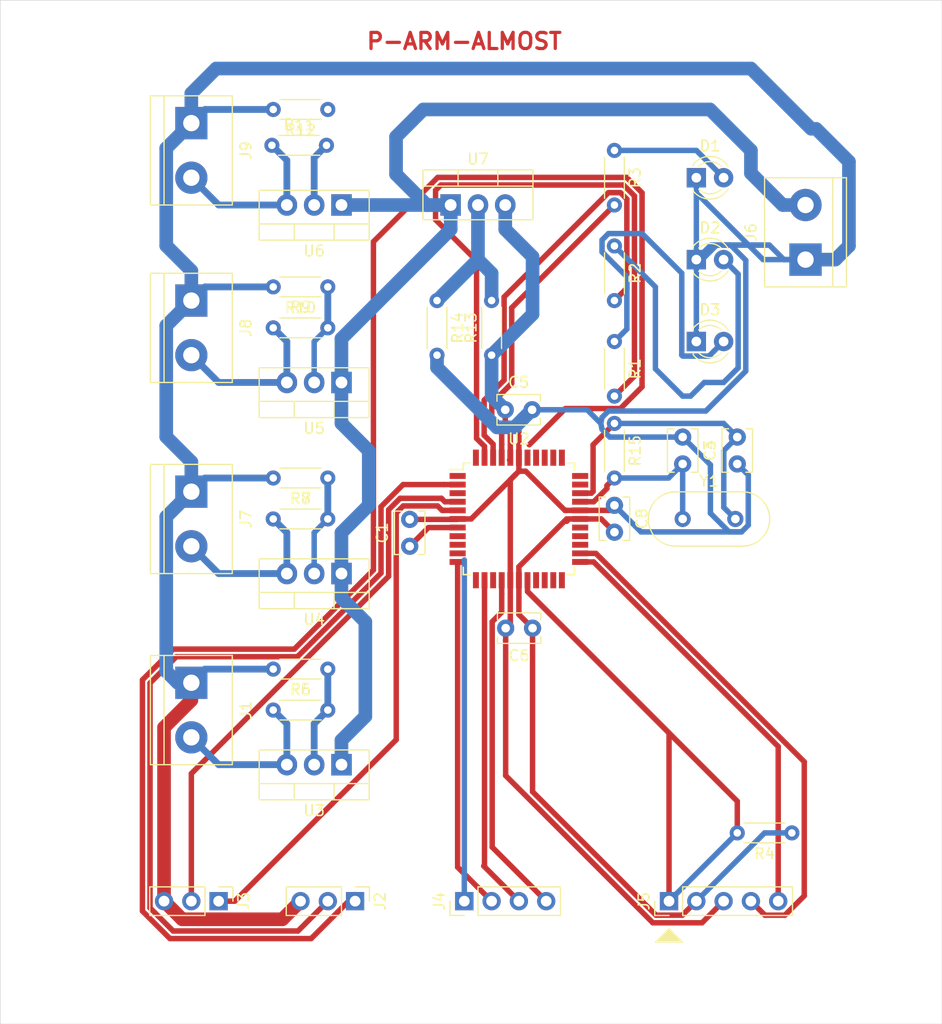
<source format=kicad_pcb>
(kicad_pcb (version 20171130) (host pcbnew "(5.1.5)-3")

  (general
    (thickness 1.6)
    (drawings 8)
    (tracks 321)
    (zones 0)
    (modules 40)
    (nets 53)
  )

  (page A4)
  (layers
    (0 F.Cu signal)
    (31 B.Cu signal)
    (32 B.Adhes user)
    (33 F.Adhes user)
    (34 B.Paste user)
    (35 F.Paste user)
    (36 B.SilkS user)
    (37 F.SilkS user)
    (38 B.Mask user)
    (39 F.Mask user)
    (40 Dwgs.User user)
    (41 Cmts.User user)
    (42 Eco1.User user)
    (43 Eco2.User user)
    (44 Edge.Cuts user)
    (45 Margin user)
    (46 B.CrtYd user)
    (47 F.CrtYd user)
    (48 B.Fab user)
    (49 F.Fab user)
  )

  (setup
    (last_trace_width 0.508)
    (user_trace_width 0.508)
    (user_trace_width 0.635)
    (user_trace_width 1.27)
    (trace_clearance 0.2)
    (zone_clearance 0.508)
    (zone_45_only no)
    (trace_min 0.2)
    (via_size 0.8)
    (via_drill 0.4)
    (via_min_size 0.4)
    (via_min_drill 0.3)
    (uvia_size 0.3)
    (uvia_drill 0.1)
    (uvias_allowed no)
    (uvia_min_size 0.2)
    (uvia_min_drill 0.1)
    (edge_width 0.05)
    (segment_width 0.2)
    (pcb_text_width 0.3)
    (pcb_text_size 1.5 1.5)
    (mod_edge_width 0.12)
    (mod_text_size 1 1)
    (mod_text_width 0.15)
    (pad_size 1.524 1.524)
    (pad_drill 0.762)
    (pad_to_mask_clearance 0.051)
    (solder_mask_min_width 0.25)
    (aux_axis_origin 0 0)
    (visible_elements 7FFFFFFF)
    (pcbplotparams
      (layerselection 0x010fc_ffffffff)
      (usegerberextensions false)
      (usegerberattributes false)
      (usegerberadvancedattributes false)
      (creategerberjobfile false)
      (excludeedgelayer true)
      (linewidth 0.100000)
      (plotframeref false)
      (viasonmask false)
      (mode 1)
      (useauxorigin false)
      (hpglpennumber 1)
      (hpglpenspeed 20)
      (hpglpendiameter 15.000000)
      (psnegative false)
      (psa4output false)
      (plotreference true)
      (plotvalue true)
      (plotinvisibletext false)
      (padsonsilk false)
      (subtractmaskfromsilk false)
      (outputformat 1)
      (mirror false)
      (drillshape 1)
      (scaleselection 1)
      (outputdirectory ""))
  )

  (net 0 "")
  (net 1 "Net-(C3-Pad2)")
  (net 2 GND)
  (net 3 "Net-(C4-Pad2)")
  (net 4 +3V3)
  (net 5 "Net-(D1-Pad2)")
  (net 6 "Net-(D2-Pad2)")
  (net 7 "Net-(D3-Pad2)")
  (net 8 "Net-(J2-Pad2)")
  (net 9 "Net-(J2-Pad1)")
  (net 10 "Net-(J3-Pad1)")
  (net 11 "Net-(J3-Pad2)")
  (net 12 "Net-(J4-Pad1)")
  (net 13 "Net-(J4-Pad2)")
  (net 14 "Net-(J4-Pad3)")
  (net 15 "Net-(J4-Pad4)")
  (net 16 "Net-(J5-Pad1)")
  (net 17 "Net-(J6-Pad2)")
  (net 18 "Net-(R1-Pad2)")
  (net 19 "Net-(R2-Pad2)")
  (net 20 "Net-(R3-Pad2)")
  (net 21 "Net-(R5-Pad2)")
  (net 22 "Net-(R7-Pad2)")
  (net 23 "Net-(R10-Pad1)")
  (net 24 "Net-(R11-Pad2)")
  (net 25 "Net-(R13-Pad2)")
  (net 26 "Net-(U2-Pad1)")
  (net 27 "Net-(U2-Pad8)")
  (net 28 "Net-(U2-Pad10)")
  (net 29 "Net-(U2-Pad12)")
  (net 30 "Net-(U2-Pad14)")
  (net 31 "Net-(U2-Pad19)")
  (net 32 "Net-(U2-Pad20)")
  (net 33 "Net-(U2-Pad21)")
  (net 34 "Net-(U2-Pad22)")
  (net 35 "Net-(U2-Pad25)")
  (net 36 "Net-(U2-Pad26)")
  (net 37 "Net-(U2-Pad27)")
  (net 38 "Net-(U2-Pad32)")
  (net 39 "Net-(U2-Pad33)")
  (net 40 "Net-(U2-Pad34)")
  (net 41 "Net-(U2-Pad35)")
  (net 42 "Net-(U2-Pad36)")
  (net 43 "Net-(U2-Pad37)")
  (net 44 "Net-(U2-Pad38)")
  (net 45 "Net-(U2-Pad44)")
  (net 46 "Net-(C1-Pad1)")
  (net 47 "Net-(J1-Pad2)")
  (net 48 "Net-(J5-Pad4)")
  (net 49 "Net-(J5-Pad5)")
  (net 50 "Net-(J7-Pad2)")
  (net 51 "Net-(J8-Pad2)")
  (net 52 "Net-(J9-Pad2)")

  (net_class Default "Esta es la clase de red por defecto."
    (clearance 0.2)
    (trace_width 0.25)
    (via_dia 0.8)
    (via_drill 0.4)
    (uvia_dia 0.3)
    (uvia_drill 0.1)
    (add_net +3V3)
    (add_net GND)
    (add_net "Net-(C1-Pad1)")
    (add_net "Net-(C3-Pad2)")
    (add_net "Net-(C4-Pad2)")
    (add_net "Net-(D1-Pad2)")
    (add_net "Net-(D2-Pad2)")
    (add_net "Net-(D3-Pad2)")
    (add_net "Net-(J1-Pad2)")
    (add_net "Net-(J2-Pad1)")
    (add_net "Net-(J2-Pad2)")
    (add_net "Net-(J3-Pad1)")
    (add_net "Net-(J3-Pad2)")
    (add_net "Net-(J4-Pad1)")
    (add_net "Net-(J4-Pad2)")
    (add_net "Net-(J4-Pad3)")
    (add_net "Net-(J4-Pad4)")
    (add_net "Net-(J5-Pad1)")
    (add_net "Net-(J5-Pad4)")
    (add_net "Net-(J5-Pad5)")
    (add_net "Net-(J6-Pad2)")
    (add_net "Net-(J7-Pad2)")
    (add_net "Net-(J8-Pad2)")
    (add_net "Net-(J9-Pad2)")
    (add_net "Net-(R1-Pad2)")
    (add_net "Net-(R10-Pad1)")
    (add_net "Net-(R11-Pad2)")
    (add_net "Net-(R13-Pad2)")
    (add_net "Net-(R2-Pad2)")
    (add_net "Net-(R3-Pad2)")
    (add_net "Net-(R5-Pad2)")
    (add_net "Net-(R7-Pad2)")
    (add_net "Net-(U2-Pad1)")
    (add_net "Net-(U2-Pad10)")
    (add_net "Net-(U2-Pad12)")
    (add_net "Net-(U2-Pad14)")
    (add_net "Net-(U2-Pad19)")
    (add_net "Net-(U2-Pad20)")
    (add_net "Net-(U2-Pad21)")
    (add_net "Net-(U2-Pad22)")
    (add_net "Net-(U2-Pad25)")
    (add_net "Net-(U2-Pad26)")
    (add_net "Net-(U2-Pad27)")
    (add_net "Net-(U2-Pad32)")
    (add_net "Net-(U2-Pad33)")
    (add_net "Net-(U2-Pad34)")
    (add_net "Net-(U2-Pad35)")
    (add_net "Net-(U2-Pad36)")
    (add_net "Net-(U2-Pad37)")
    (add_net "Net-(U2-Pad38)")
    (add_net "Net-(U2-Pad44)")
    (add_net "Net-(U2-Pad8)")
  )

  (module TerminalBlock:TerminalBlock_bornier-2_P5.08mm (layer F.Cu) (tedit 59FF03AB) (tstamp 5E89B9D0)
    (at 152.4 69.85 270)
    (descr "simple 2-pin terminal block, pitch 5.08mm, revamped version of bornier2")
    (tags "terminal block bornier2")
    (path /5EB2A570)
    (fp_text reference J9 (at 2.54 -5.08 90) (layer F.SilkS)
      (effects (font (size 1 1) (thickness 0.15)))
    )
    (fp_text value Conn_01x02_Servo4 (at 2.54 5.08 90) (layer F.Fab)
      (effects (font (size 1 1) (thickness 0.15)))
    )
    (fp_line (start 7.79 4) (end -2.71 4) (layer F.CrtYd) (width 0.05))
    (fp_line (start 7.79 4) (end 7.79 -4) (layer F.CrtYd) (width 0.05))
    (fp_line (start -2.71 -4) (end -2.71 4) (layer F.CrtYd) (width 0.05))
    (fp_line (start -2.71 -4) (end 7.79 -4) (layer F.CrtYd) (width 0.05))
    (fp_line (start -2.54 3.81) (end 7.62 3.81) (layer F.SilkS) (width 0.12))
    (fp_line (start -2.54 -3.81) (end -2.54 3.81) (layer F.SilkS) (width 0.12))
    (fp_line (start 7.62 -3.81) (end -2.54 -3.81) (layer F.SilkS) (width 0.12))
    (fp_line (start 7.62 3.81) (end 7.62 -3.81) (layer F.SilkS) (width 0.12))
    (fp_line (start 7.62 2.54) (end -2.54 2.54) (layer F.SilkS) (width 0.12))
    (fp_line (start 7.54 -3.75) (end -2.46 -3.75) (layer F.Fab) (width 0.1))
    (fp_line (start 7.54 3.75) (end 7.54 -3.75) (layer F.Fab) (width 0.1))
    (fp_line (start -2.46 3.75) (end 7.54 3.75) (layer F.Fab) (width 0.1))
    (fp_line (start -2.46 -3.75) (end -2.46 3.75) (layer F.Fab) (width 0.1))
    (fp_line (start -2.41 2.55) (end 7.49 2.55) (layer F.Fab) (width 0.1))
    (fp_text user %R (at 2.54 0 90) (layer F.Fab)
      (effects (font (size 1 1) (thickness 0.15)))
    )
    (pad 2 thru_hole circle (at 5.08 0 270) (size 3 3) (drill 1.52) (layers *.Cu *.Mask)
      (net 52 "Net-(J9-Pad2)"))
    (pad 1 thru_hole rect (at 0 0 270) (size 3 3) (drill 1.52) (layers *.Cu *.Mask)
      (net 2 GND))
    (model ${KISYS3DMOD}/TerminalBlock.3dshapes/TerminalBlock_bornier-2_P5.08mm.wrl
      (offset (xyz 2.539999961853027 0 0))
      (scale (xyz 1 1 1))
      (rotate (xyz 0 0 0))
    )
  )

  (module Capacitor_THT:C_Disc_D3.8mm_W2.6mm_P2.50mm (layer F.Cu) (tedit 5AE50EF0) (tstamp 5E7BB62A)
    (at 203.2 101.56 90)
    (descr "C, Disc series, Radial, pin pitch=2.50mm, , diameter*width=3.8*2.6mm^2, Capacitor, http://www.vishay.com/docs/45233/krseries.pdf")
    (tags "C Disc series Radial pin pitch 2.50mm  diameter 3.8mm width 2.6mm Capacitor")
    (path /5E5BF246)
    (fp_text reference C3 (at 1.25 -2.55 90) (layer F.SilkS)
      (effects (font (size 1 1) (thickness 0.15)))
    )
    (fp_text value 22pF (at 1.25 2.55 90) (layer F.Fab)
      (effects (font (size 1 1) (thickness 0.15)))
    )
    (fp_text user %R (at 1.25 0 90) (layer F.Fab)
      (effects (font (size 0.76 0.76) (thickness 0.114)))
    )
    (fp_line (start 3.55 -1.55) (end -1.05 -1.55) (layer F.CrtYd) (width 0.05))
    (fp_line (start 3.55 1.55) (end 3.55 -1.55) (layer F.CrtYd) (width 0.05))
    (fp_line (start -1.05 1.55) (end 3.55 1.55) (layer F.CrtYd) (width 0.05))
    (fp_line (start -1.05 -1.55) (end -1.05 1.55) (layer F.CrtYd) (width 0.05))
    (fp_line (start 3.27 0.795) (end 3.27 1.42) (layer F.SilkS) (width 0.12))
    (fp_line (start 3.27 -1.42) (end 3.27 -0.795) (layer F.SilkS) (width 0.12))
    (fp_line (start -0.77 0.795) (end -0.77 1.42) (layer F.SilkS) (width 0.12))
    (fp_line (start -0.77 -1.42) (end -0.77 -0.795) (layer F.SilkS) (width 0.12))
    (fp_line (start -0.77 1.42) (end 3.27 1.42) (layer F.SilkS) (width 0.12))
    (fp_line (start -0.77 -1.42) (end 3.27 -1.42) (layer F.SilkS) (width 0.12))
    (fp_line (start 3.15 -1.3) (end -0.65 -1.3) (layer F.Fab) (width 0.1))
    (fp_line (start 3.15 1.3) (end 3.15 -1.3) (layer F.Fab) (width 0.1))
    (fp_line (start -0.65 1.3) (end 3.15 1.3) (layer F.Fab) (width 0.1))
    (fp_line (start -0.65 -1.3) (end -0.65 1.3) (layer F.Fab) (width 0.1))
    (pad 2 thru_hole circle (at 2.5 0 90) (size 1.6 1.6) (drill 0.8) (layers *.Cu *.Mask)
      (net 1 "Net-(C3-Pad2)"))
    (pad 1 thru_hole circle (at 0 0 90) (size 1.6 1.6) (drill 0.8) (layers *.Cu *.Mask)
      (net 2 GND))
    (model ${KISYS3DMOD}/Capacitor_THT.3dshapes/C_Disc_D3.8mm_W2.6mm_P2.50mm.wrl
      (at (xyz 0 0 0))
      (scale (xyz 1 1 1))
      (rotate (xyz 0 0 0))
    )
  )

  (module Capacitor_THT:C_Disc_D3.8mm_W2.6mm_P2.50mm (layer F.Cu) (tedit 5AE50EF0) (tstamp 5E7BB63F)
    (at 198.12 99.06 270)
    (descr "C, Disc series, Radial, pin pitch=2.50mm, , diameter*width=3.8*2.6mm^2, Capacitor, http://www.vishay.com/docs/45233/krseries.pdf")
    (tags "C Disc series Radial pin pitch 2.50mm  diameter 3.8mm width 2.6mm Capacitor")
    (path /5E5BF22E)
    (fp_text reference C4 (at 1.25 -2.55 90) (layer F.SilkS)
      (effects (font (size 1 1) (thickness 0.15)))
    )
    (fp_text value 22pF (at 1.25 2.55 90) (layer F.Fab)
      (effects (font (size 1 1) (thickness 0.15)))
    )
    (fp_line (start -0.65 -1.3) (end -0.65 1.3) (layer F.Fab) (width 0.1))
    (fp_line (start -0.65 1.3) (end 3.15 1.3) (layer F.Fab) (width 0.1))
    (fp_line (start 3.15 1.3) (end 3.15 -1.3) (layer F.Fab) (width 0.1))
    (fp_line (start 3.15 -1.3) (end -0.65 -1.3) (layer F.Fab) (width 0.1))
    (fp_line (start -0.77 -1.42) (end 3.27 -1.42) (layer F.SilkS) (width 0.12))
    (fp_line (start -0.77 1.42) (end 3.27 1.42) (layer F.SilkS) (width 0.12))
    (fp_line (start -0.77 -1.42) (end -0.77 -0.795) (layer F.SilkS) (width 0.12))
    (fp_line (start -0.77 0.795) (end -0.77 1.42) (layer F.SilkS) (width 0.12))
    (fp_line (start 3.27 -1.42) (end 3.27 -0.795) (layer F.SilkS) (width 0.12))
    (fp_line (start 3.27 0.795) (end 3.27 1.42) (layer F.SilkS) (width 0.12))
    (fp_line (start -1.05 -1.55) (end -1.05 1.55) (layer F.CrtYd) (width 0.05))
    (fp_line (start -1.05 1.55) (end 3.55 1.55) (layer F.CrtYd) (width 0.05))
    (fp_line (start 3.55 1.55) (end 3.55 -1.55) (layer F.CrtYd) (width 0.05))
    (fp_line (start 3.55 -1.55) (end -1.05 -1.55) (layer F.CrtYd) (width 0.05))
    (fp_text user %R (at 1.25 0 90) (layer F.Fab)
      (effects (font (size 0.76 0.76) (thickness 0.114)))
    )
    (pad 1 thru_hole circle (at 0 0 270) (size 1.6 1.6) (drill 0.8) (layers *.Cu *.Mask)
      (net 2 GND))
    (pad 2 thru_hole circle (at 2.5 0 270) (size 1.6 1.6) (drill 0.8) (layers *.Cu *.Mask)
      (net 3 "Net-(C4-Pad2)"))
    (model ${KISYS3DMOD}/Capacitor_THT.3dshapes/C_Disc_D3.8mm_W2.6mm_P2.50mm.wrl
      (at (xyz 0 0 0))
      (scale (xyz 1 1 1))
      (rotate (xyz 0 0 0))
    )
  )

  (module Capacitor_THT:C_Disc_D3.8mm_W2.6mm_P2.50mm (layer F.Cu) (tedit 5AE50EF0) (tstamp 5E7BB654)
    (at 181.61 96.52)
    (descr "C, Disc series, Radial, pin pitch=2.50mm, , diameter*width=3.8*2.6mm^2, Capacitor, http://www.vishay.com/docs/45233/krseries.pdf")
    (tags "C Disc series Radial pin pitch 2.50mm  diameter 3.8mm width 2.6mm Capacitor")
    (path /5E794CBB)
    (fp_text reference C5 (at 1.25 -2.55) (layer F.SilkS)
      (effects (font (size 1 1) (thickness 0.15)))
    )
    (fp_text value 0.1µF (at 1.25 2.55) (layer F.Fab)
      (effects (font (size 1 1) (thickness 0.15)))
    )
    (fp_line (start -0.65 -1.3) (end -0.65 1.3) (layer F.Fab) (width 0.1))
    (fp_line (start -0.65 1.3) (end 3.15 1.3) (layer F.Fab) (width 0.1))
    (fp_line (start 3.15 1.3) (end 3.15 -1.3) (layer F.Fab) (width 0.1))
    (fp_line (start 3.15 -1.3) (end -0.65 -1.3) (layer F.Fab) (width 0.1))
    (fp_line (start -0.77 -1.42) (end 3.27 -1.42) (layer F.SilkS) (width 0.12))
    (fp_line (start -0.77 1.42) (end 3.27 1.42) (layer F.SilkS) (width 0.12))
    (fp_line (start -0.77 -1.42) (end -0.77 -0.795) (layer F.SilkS) (width 0.12))
    (fp_line (start -0.77 0.795) (end -0.77 1.42) (layer F.SilkS) (width 0.12))
    (fp_line (start 3.27 -1.42) (end 3.27 -0.795) (layer F.SilkS) (width 0.12))
    (fp_line (start 3.27 0.795) (end 3.27 1.42) (layer F.SilkS) (width 0.12))
    (fp_line (start -1.05 -1.55) (end -1.05 1.55) (layer F.CrtYd) (width 0.05))
    (fp_line (start -1.05 1.55) (end 3.55 1.55) (layer F.CrtYd) (width 0.05))
    (fp_line (start 3.55 1.55) (end 3.55 -1.55) (layer F.CrtYd) (width 0.05))
    (fp_line (start 3.55 -1.55) (end -1.05 -1.55) (layer F.CrtYd) (width 0.05))
    (fp_text user %R (at 1.25 0) (layer F.Fab)
      (effects (font (size 0.76 0.76) (thickness 0.114)))
    )
    (pad 1 thru_hole circle (at 0 0) (size 1.6 1.6) (drill 0.8) (layers *.Cu *.Mask)
      (net 4 +3V3))
    (pad 2 thru_hole circle (at 2.5 0) (size 1.6 1.6) (drill 0.8) (layers *.Cu *.Mask)
      (net 2 GND))
    (model ${KISYS3DMOD}/Capacitor_THT.3dshapes/C_Disc_D3.8mm_W2.6mm_P2.50mm.wrl
      (at (xyz 0 0 0))
      (scale (xyz 1 1 1))
      (rotate (xyz 0 0 0))
    )
  )

  (module Capacitor_THT:C_Disc_D3.8mm_W2.6mm_P2.50mm (layer F.Cu) (tedit 5AE50EF0) (tstamp 5E7BB669)
    (at 184.15 116.84 180)
    (descr "C, Disc series, Radial, pin pitch=2.50mm, , diameter*width=3.8*2.6mm^2, Capacitor, http://www.vishay.com/docs/45233/krseries.pdf")
    (tags "C Disc series Radial pin pitch 2.50mm  diameter 3.8mm width 2.6mm Capacitor")
    (path /5E7DB13D)
    (fp_text reference C6 (at 1.25 -2.55) (layer F.SilkS)
      (effects (font (size 1 1) (thickness 0.15)))
    )
    (fp_text value 0.1µF (at 1.25 2.55) (layer F.Fab)
      (effects (font (size 1 1) (thickness 0.15)))
    )
    (fp_line (start -0.65 -1.3) (end -0.65 1.3) (layer F.Fab) (width 0.1))
    (fp_line (start -0.65 1.3) (end 3.15 1.3) (layer F.Fab) (width 0.1))
    (fp_line (start 3.15 1.3) (end 3.15 -1.3) (layer F.Fab) (width 0.1))
    (fp_line (start 3.15 -1.3) (end -0.65 -1.3) (layer F.Fab) (width 0.1))
    (fp_line (start -0.77 -1.42) (end 3.27 -1.42) (layer F.SilkS) (width 0.12))
    (fp_line (start -0.77 1.42) (end 3.27 1.42) (layer F.SilkS) (width 0.12))
    (fp_line (start -0.77 -1.42) (end -0.77 -0.795) (layer F.SilkS) (width 0.12))
    (fp_line (start -0.77 0.795) (end -0.77 1.42) (layer F.SilkS) (width 0.12))
    (fp_line (start 3.27 -1.42) (end 3.27 -0.795) (layer F.SilkS) (width 0.12))
    (fp_line (start 3.27 0.795) (end 3.27 1.42) (layer F.SilkS) (width 0.12))
    (fp_line (start -1.05 -1.55) (end -1.05 1.55) (layer F.CrtYd) (width 0.05))
    (fp_line (start -1.05 1.55) (end 3.55 1.55) (layer F.CrtYd) (width 0.05))
    (fp_line (start 3.55 1.55) (end 3.55 -1.55) (layer F.CrtYd) (width 0.05))
    (fp_line (start 3.55 -1.55) (end -1.05 -1.55) (layer F.CrtYd) (width 0.05))
    (fp_text user %R (at 1.25 0) (layer F.Fab)
      (effects (font (size 0.76 0.76) (thickness 0.114)))
    )
    (pad 1 thru_hole circle (at 0 0 180) (size 1.6 1.6) (drill 0.8) (layers *.Cu *.Mask)
      (net 4 +3V3))
    (pad 2 thru_hole circle (at 2.5 0 180) (size 1.6 1.6) (drill 0.8) (layers *.Cu *.Mask)
      (net 2 GND))
    (model ${KISYS3DMOD}/Capacitor_THT.3dshapes/C_Disc_D3.8mm_W2.6mm_P2.50mm.wrl
      (at (xyz 0 0 0))
      (scale (xyz 1 1 1))
      (rotate (xyz 0 0 0))
    )
  )

  (module Capacitor_THT:C_Disc_D3.8mm_W2.6mm_P2.50mm (layer F.Cu) (tedit 5AE50EF0) (tstamp 5E7BB67E)
    (at 191.77 105.41 270)
    (descr "C, Disc series, Radial, pin pitch=2.50mm, , diameter*width=3.8*2.6mm^2, Capacitor, http://www.vishay.com/docs/45233/krseries.pdf")
    (tags "C Disc series Radial pin pitch 2.50mm  diameter 3.8mm width 2.6mm Capacitor")
    (path /5E7C5DD4)
    (fp_text reference C8 (at 1.25 -2.55 90) (layer F.SilkS)
      (effects (font (size 1 1) (thickness 0.15)))
    )
    (fp_text value 0.1µF (at 1.25 2.55 90) (layer F.Fab)
      (effects (font (size 1 1) (thickness 0.15)))
    )
    (fp_text user %R (at 1.25 0 90) (layer F.Fab)
      (effects (font (size 0.76 0.76) (thickness 0.114)))
    )
    (fp_line (start 3.55 -1.55) (end -1.05 -1.55) (layer F.CrtYd) (width 0.05))
    (fp_line (start 3.55 1.55) (end 3.55 -1.55) (layer F.CrtYd) (width 0.05))
    (fp_line (start -1.05 1.55) (end 3.55 1.55) (layer F.CrtYd) (width 0.05))
    (fp_line (start -1.05 -1.55) (end -1.05 1.55) (layer F.CrtYd) (width 0.05))
    (fp_line (start 3.27 0.795) (end 3.27 1.42) (layer F.SilkS) (width 0.12))
    (fp_line (start 3.27 -1.42) (end 3.27 -0.795) (layer F.SilkS) (width 0.12))
    (fp_line (start -0.77 0.795) (end -0.77 1.42) (layer F.SilkS) (width 0.12))
    (fp_line (start -0.77 -1.42) (end -0.77 -0.795) (layer F.SilkS) (width 0.12))
    (fp_line (start -0.77 1.42) (end 3.27 1.42) (layer F.SilkS) (width 0.12))
    (fp_line (start -0.77 -1.42) (end 3.27 -1.42) (layer F.SilkS) (width 0.12))
    (fp_line (start 3.15 -1.3) (end -0.65 -1.3) (layer F.Fab) (width 0.1))
    (fp_line (start 3.15 1.3) (end 3.15 -1.3) (layer F.Fab) (width 0.1))
    (fp_line (start -0.65 1.3) (end 3.15 1.3) (layer F.Fab) (width 0.1))
    (fp_line (start -0.65 -1.3) (end -0.65 1.3) (layer F.Fab) (width 0.1))
    (pad 2 thru_hole circle (at 2.5 0 270) (size 1.6 1.6) (drill 0.8) (layers *.Cu *.Mask)
      (net 4 +3V3))
    (pad 1 thru_hole circle (at 0 0 270) (size 1.6 1.6) (drill 0.8) (layers *.Cu *.Mask)
      (net 2 GND))
    (model ${KISYS3DMOD}/Capacitor_THT.3dshapes/C_Disc_D3.8mm_W2.6mm_P2.50mm.wrl
      (at (xyz 0 0 0))
      (scale (xyz 1 1 1))
      (rotate (xyz 0 0 0))
    )
  )

  (module LED_THT:LED_D3.0mm (layer F.Cu) (tedit 587A3A7B) (tstamp 5E7BB6A6)
    (at 199.39 74.93)
    (descr "LED, diameter 3.0mm, 2 pins")
    (tags "LED diameter 3.0mm 2 pins")
    (path /5E588349)
    (fp_text reference D1 (at 1.27 -2.96) (layer F.SilkS)
      (effects (font (size 1 1) (thickness 0.15)))
    )
    (fp_text value LED (at 1.27 2.96) (layer F.Fab)
      (effects (font (size 1 1) (thickness 0.15)))
    )
    (fp_arc (start 1.27 0) (end -0.23 -1.16619) (angle 284.3) (layer F.Fab) (width 0.1))
    (fp_arc (start 1.27 0) (end -0.29 -1.235516) (angle 108.8) (layer F.SilkS) (width 0.12))
    (fp_arc (start 1.27 0) (end -0.29 1.235516) (angle -108.8) (layer F.SilkS) (width 0.12))
    (fp_arc (start 1.27 0) (end 0.229039 -1.08) (angle 87.9) (layer F.SilkS) (width 0.12))
    (fp_arc (start 1.27 0) (end 0.229039 1.08) (angle -87.9) (layer F.SilkS) (width 0.12))
    (fp_circle (center 1.27 0) (end 2.77 0) (layer F.Fab) (width 0.1))
    (fp_line (start -0.23 -1.16619) (end -0.23 1.16619) (layer F.Fab) (width 0.1))
    (fp_line (start -0.29 -1.236) (end -0.29 -1.08) (layer F.SilkS) (width 0.12))
    (fp_line (start -0.29 1.08) (end -0.29 1.236) (layer F.SilkS) (width 0.12))
    (fp_line (start -1.15 -2.25) (end -1.15 2.25) (layer F.CrtYd) (width 0.05))
    (fp_line (start -1.15 2.25) (end 3.7 2.25) (layer F.CrtYd) (width 0.05))
    (fp_line (start 3.7 2.25) (end 3.7 -2.25) (layer F.CrtYd) (width 0.05))
    (fp_line (start 3.7 -2.25) (end -1.15 -2.25) (layer F.CrtYd) (width 0.05))
    (pad 1 thru_hole rect (at 0 0) (size 1.8 1.8) (drill 0.9) (layers *.Cu *.Mask)
      (net 2 GND))
    (pad 2 thru_hole circle (at 2.54 0) (size 1.8 1.8) (drill 0.9) (layers *.Cu *.Mask)
      (net 5 "Net-(D1-Pad2)"))
    (model ${KISYS3DMOD}/LED_THT.3dshapes/LED_D3.0mm.wrl
      (at (xyz 0 0 0))
      (scale (xyz 1 1 1))
      (rotate (xyz 0 0 0))
    )
  )

  (module LED_THT:LED_D3.0mm (layer F.Cu) (tedit 587A3A7B) (tstamp 5E7BB6B9)
    (at 199.39 82.55)
    (descr "LED, diameter 3.0mm, 2 pins")
    (tags "LED diameter 3.0mm 2 pins")
    (path /5E591027)
    (fp_text reference D2 (at 1.27 -2.96) (layer F.SilkS)
      (effects (font (size 1 1) (thickness 0.15)))
    )
    (fp_text value LED (at 1.27 2.96) (layer F.Fab)
      (effects (font (size 1 1) (thickness 0.15)))
    )
    (fp_line (start 3.7 -2.25) (end -1.15 -2.25) (layer F.CrtYd) (width 0.05))
    (fp_line (start 3.7 2.25) (end 3.7 -2.25) (layer F.CrtYd) (width 0.05))
    (fp_line (start -1.15 2.25) (end 3.7 2.25) (layer F.CrtYd) (width 0.05))
    (fp_line (start -1.15 -2.25) (end -1.15 2.25) (layer F.CrtYd) (width 0.05))
    (fp_line (start -0.29 1.08) (end -0.29 1.236) (layer F.SilkS) (width 0.12))
    (fp_line (start -0.29 -1.236) (end -0.29 -1.08) (layer F.SilkS) (width 0.12))
    (fp_line (start -0.23 -1.16619) (end -0.23 1.16619) (layer F.Fab) (width 0.1))
    (fp_circle (center 1.27 0) (end 2.77 0) (layer F.Fab) (width 0.1))
    (fp_arc (start 1.27 0) (end 0.229039 1.08) (angle -87.9) (layer F.SilkS) (width 0.12))
    (fp_arc (start 1.27 0) (end 0.229039 -1.08) (angle 87.9) (layer F.SilkS) (width 0.12))
    (fp_arc (start 1.27 0) (end -0.29 1.235516) (angle -108.8) (layer F.SilkS) (width 0.12))
    (fp_arc (start 1.27 0) (end -0.29 -1.235516) (angle 108.8) (layer F.SilkS) (width 0.12))
    (fp_arc (start 1.27 0) (end -0.23 -1.16619) (angle 284.3) (layer F.Fab) (width 0.1))
    (pad 2 thru_hole circle (at 2.54 0) (size 1.8 1.8) (drill 0.9) (layers *.Cu *.Mask)
      (net 6 "Net-(D2-Pad2)"))
    (pad 1 thru_hole rect (at 0 0) (size 1.8 1.8) (drill 0.9) (layers *.Cu *.Mask)
      (net 2 GND))
    (model ${KISYS3DMOD}/LED_THT.3dshapes/LED_D3.0mm.wrl
      (at (xyz 0 0 0))
      (scale (xyz 1 1 1))
      (rotate (xyz 0 0 0))
    )
  )

  (module LED_THT:LED_D3.0mm (layer F.Cu) (tedit 587A3A7B) (tstamp 5E7BB6CC)
    (at 199.39 90.17)
    (descr "LED, diameter 3.0mm, 2 pins")
    (tags "LED diameter 3.0mm 2 pins")
    (path /5E59369A)
    (fp_text reference D3 (at 1.27 -2.96) (layer F.SilkS)
      (effects (font (size 1 1) (thickness 0.15)))
    )
    (fp_text value LED (at 1.27 2.96) (layer F.Fab)
      (effects (font (size 1 1) (thickness 0.15)))
    )
    (fp_arc (start 1.27 0) (end -0.23 -1.16619) (angle 284.3) (layer F.Fab) (width 0.1))
    (fp_arc (start 1.27 0) (end -0.29 -1.235516) (angle 108.8) (layer F.SilkS) (width 0.12))
    (fp_arc (start 1.27 0) (end -0.29 1.235516) (angle -108.8) (layer F.SilkS) (width 0.12))
    (fp_arc (start 1.27 0) (end 0.229039 -1.08) (angle 87.9) (layer F.SilkS) (width 0.12))
    (fp_arc (start 1.27 0) (end 0.229039 1.08) (angle -87.9) (layer F.SilkS) (width 0.12))
    (fp_circle (center 1.27 0) (end 2.77 0) (layer F.Fab) (width 0.1))
    (fp_line (start -0.23 -1.16619) (end -0.23 1.16619) (layer F.Fab) (width 0.1))
    (fp_line (start -0.29 -1.236) (end -0.29 -1.08) (layer F.SilkS) (width 0.12))
    (fp_line (start -0.29 1.08) (end -0.29 1.236) (layer F.SilkS) (width 0.12))
    (fp_line (start -1.15 -2.25) (end -1.15 2.25) (layer F.CrtYd) (width 0.05))
    (fp_line (start -1.15 2.25) (end 3.7 2.25) (layer F.CrtYd) (width 0.05))
    (fp_line (start 3.7 2.25) (end 3.7 -2.25) (layer F.CrtYd) (width 0.05))
    (fp_line (start 3.7 -2.25) (end -1.15 -2.25) (layer F.CrtYd) (width 0.05))
    (pad 1 thru_hole rect (at 0 0) (size 1.8 1.8) (drill 0.9) (layers *.Cu *.Mask)
      (net 2 GND))
    (pad 2 thru_hole circle (at 2.54 0) (size 1.8 1.8) (drill 0.9) (layers *.Cu *.Mask)
      (net 7 "Net-(D3-Pad2)"))
    (model ${KISYS3DMOD}/LED_THT.3dshapes/LED_D3.0mm.wrl
      (at (xyz 0 0 0))
      (scale (xyz 1 1 1))
      (rotate (xyz 0 0 0))
    )
  )

  (module Connector_PinHeader_2.54mm:PinHeader_1x03_P2.54mm_Vertical (layer F.Cu) (tedit 59FED5CC) (tstamp 5E7BB6E3)
    (at 167.64 142.24 270)
    (descr "Through hole straight pin header, 1x03, 2.54mm pitch, single row")
    (tags "Through hole pin header THT 1x03 2.54mm single row")
    (path /5E54CA6A)
    (fp_text reference J2 (at 0 -2.33 90) (layer F.SilkS)
      (effects (font (size 1 1) (thickness 0.15)))
    )
    (fp_text value Conn_01x03_UART1 (at 0 7.41 90) (layer F.Fab)
      (effects (font (size 1 1) (thickness 0.15)))
    )
    (fp_text user %R (at 0 2.54) (layer F.Fab)
      (effects (font (size 1 1) (thickness 0.15)))
    )
    (fp_line (start 1.8 -1.8) (end -1.8 -1.8) (layer F.CrtYd) (width 0.05))
    (fp_line (start 1.8 6.85) (end 1.8 -1.8) (layer F.CrtYd) (width 0.05))
    (fp_line (start -1.8 6.85) (end 1.8 6.85) (layer F.CrtYd) (width 0.05))
    (fp_line (start -1.8 -1.8) (end -1.8 6.85) (layer F.CrtYd) (width 0.05))
    (fp_line (start -1.33 -1.33) (end 0 -1.33) (layer F.SilkS) (width 0.12))
    (fp_line (start -1.33 0) (end -1.33 -1.33) (layer F.SilkS) (width 0.12))
    (fp_line (start -1.33 1.27) (end 1.33 1.27) (layer F.SilkS) (width 0.12))
    (fp_line (start 1.33 1.27) (end 1.33 6.41) (layer F.SilkS) (width 0.12))
    (fp_line (start -1.33 1.27) (end -1.33 6.41) (layer F.SilkS) (width 0.12))
    (fp_line (start -1.33 6.41) (end 1.33 6.41) (layer F.SilkS) (width 0.12))
    (fp_line (start -1.27 -0.635) (end -0.635 -1.27) (layer F.Fab) (width 0.1))
    (fp_line (start -1.27 6.35) (end -1.27 -0.635) (layer F.Fab) (width 0.1))
    (fp_line (start 1.27 6.35) (end -1.27 6.35) (layer F.Fab) (width 0.1))
    (fp_line (start 1.27 -1.27) (end 1.27 6.35) (layer F.Fab) (width 0.1))
    (fp_line (start -0.635 -1.27) (end 1.27 -1.27) (layer F.Fab) (width 0.1))
    (pad 3 thru_hole oval (at 0 5.08 270) (size 1.7 1.7) (drill 1) (layers *.Cu *.Mask)
      (net 2 GND))
    (pad 2 thru_hole oval (at 0 2.54 270) (size 1.7 1.7) (drill 1) (layers *.Cu *.Mask)
      (net 8 "Net-(J2-Pad2)"))
    (pad 1 thru_hole rect (at 0 0 270) (size 1.7 1.7) (drill 1) (layers *.Cu *.Mask)
      (net 9 "Net-(J2-Pad1)"))
    (model ${KISYS3DMOD}/Connector_PinHeader_2.54mm.3dshapes/PinHeader_1x03_P2.54mm_Vertical.wrl
      (at (xyz 0 0 0))
      (scale (xyz 1 1 1))
      (rotate (xyz 0 0 0))
    )
  )

  (module Connector_PinHeader_2.54mm:PinHeader_1x03_P2.54mm_Vertical (layer F.Cu) (tedit 59FED5CC) (tstamp 5E7BB6FA)
    (at 154.94 142.24 270)
    (descr "Through hole straight pin header, 1x03, 2.54mm pitch, single row")
    (tags "Through hole pin header THT 1x03 2.54mm single row")
    (path /5E55105D)
    (fp_text reference J3 (at 0 -2.33 90) (layer F.SilkS)
      (effects (font (size 1 1) (thickness 0.15)))
    )
    (fp_text value Conn_01x03_UART2 (at 0 7.41 90) (layer F.Fab)
      (effects (font (size 1 1) (thickness 0.15)))
    )
    (fp_line (start -0.635 -1.27) (end 1.27 -1.27) (layer F.Fab) (width 0.1))
    (fp_line (start 1.27 -1.27) (end 1.27 6.35) (layer F.Fab) (width 0.1))
    (fp_line (start 1.27 6.35) (end -1.27 6.35) (layer F.Fab) (width 0.1))
    (fp_line (start -1.27 6.35) (end -1.27 -0.635) (layer F.Fab) (width 0.1))
    (fp_line (start -1.27 -0.635) (end -0.635 -1.27) (layer F.Fab) (width 0.1))
    (fp_line (start -1.33 6.41) (end 1.33 6.41) (layer F.SilkS) (width 0.12))
    (fp_line (start -1.33 1.27) (end -1.33 6.41) (layer F.SilkS) (width 0.12))
    (fp_line (start 1.33 1.27) (end 1.33 6.41) (layer F.SilkS) (width 0.12))
    (fp_line (start -1.33 1.27) (end 1.33 1.27) (layer F.SilkS) (width 0.12))
    (fp_line (start -1.33 0) (end -1.33 -1.33) (layer F.SilkS) (width 0.12))
    (fp_line (start -1.33 -1.33) (end 0 -1.33) (layer F.SilkS) (width 0.12))
    (fp_line (start -1.8 -1.8) (end -1.8 6.85) (layer F.CrtYd) (width 0.05))
    (fp_line (start -1.8 6.85) (end 1.8 6.85) (layer F.CrtYd) (width 0.05))
    (fp_line (start 1.8 6.85) (end 1.8 -1.8) (layer F.CrtYd) (width 0.05))
    (fp_line (start 1.8 -1.8) (end -1.8 -1.8) (layer F.CrtYd) (width 0.05))
    (fp_text user %R (at 0 2.54) (layer F.Fab)
      (effects (font (size 1 1) (thickness 0.15)))
    )
    (pad 1 thru_hole rect (at 0 0 270) (size 1.7 1.7) (drill 1) (layers *.Cu *.Mask)
      (net 10 "Net-(J3-Pad1)"))
    (pad 2 thru_hole oval (at 0 2.54 270) (size 1.7 1.7) (drill 1) (layers *.Cu *.Mask)
      (net 11 "Net-(J3-Pad2)"))
    (pad 3 thru_hole oval (at 0 5.08 270) (size 1.7 1.7) (drill 1) (layers *.Cu *.Mask)
      (net 2 GND))
    (model ${KISYS3DMOD}/Connector_PinHeader_2.54mm.3dshapes/PinHeader_1x03_P2.54mm_Vertical.wrl
      (at (xyz 0 0 0))
      (scale (xyz 1 1 1))
      (rotate (xyz 0 0 0))
    )
  )

  (module Connector_PinHeader_2.54mm:PinHeader_1x04_P2.54mm_Vertical (layer F.Cu) (tedit 59FED5CC) (tstamp 5E7BB712)
    (at 177.8 142.24 90)
    (descr "Through hole straight pin header, 1x04, 2.54mm pitch, single row")
    (tags "Through hole pin header THT 1x04 2.54mm single row")
    (path /5E6EF778)
    (fp_text reference J4 (at 0 -2.33 90) (layer F.SilkS)
      (effects (font (size 1 1) (thickness 0.15)))
    )
    (fp_text value Conn_01x04_PWM (at 0 9.95 90) (layer F.Fab)
      (effects (font (size 1 1) (thickness 0.15)))
    )
    (fp_line (start -0.635 -1.27) (end 1.27 -1.27) (layer F.Fab) (width 0.1))
    (fp_line (start 1.27 -1.27) (end 1.27 8.89) (layer F.Fab) (width 0.1))
    (fp_line (start 1.27 8.89) (end -1.27 8.89) (layer F.Fab) (width 0.1))
    (fp_line (start -1.27 8.89) (end -1.27 -0.635) (layer F.Fab) (width 0.1))
    (fp_line (start -1.27 -0.635) (end -0.635 -1.27) (layer F.Fab) (width 0.1))
    (fp_line (start -1.33 8.95) (end 1.33 8.95) (layer F.SilkS) (width 0.12))
    (fp_line (start -1.33 1.27) (end -1.33 8.95) (layer F.SilkS) (width 0.12))
    (fp_line (start 1.33 1.27) (end 1.33 8.95) (layer F.SilkS) (width 0.12))
    (fp_line (start -1.33 1.27) (end 1.33 1.27) (layer F.SilkS) (width 0.12))
    (fp_line (start -1.33 0) (end -1.33 -1.33) (layer F.SilkS) (width 0.12))
    (fp_line (start -1.33 -1.33) (end 0 -1.33) (layer F.SilkS) (width 0.12))
    (fp_line (start -1.8 -1.8) (end -1.8 9.4) (layer F.CrtYd) (width 0.05))
    (fp_line (start -1.8 9.4) (end 1.8 9.4) (layer F.CrtYd) (width 0.05))
    (fp_line (start 1.8 9.4) (end 1.8 -1.8) (layer F.CrtYd) (width 0.05))
    (fp_line (start 1.8 -1.8) (end -1.8 -1.8) (layer F.CrtYd) (width 0.05))
    (fp_text user %R (at 0 3.81) (layer F.Fab)
      (effects (font (size 1 1) (thickness 0.15)))
    )
    (pad 1 thru_hole rect (at 0 0 90) (size 1.7 1.7) (drill 1) (layers *.Cu *.Mask)
      (net 12 "Net-(J4-Pad1)"))
    (pad 2 thru_hole oval (at 0 2.54 90) (size 1.7 1.7) (drill 1) (layers *.Cu *.Mask)
      (net 13 "Net-(J4-Pad2)"))
    (pad 3 thru_hole oval (at 0 5.08 90) (size 1.7 1.7) (drill 1) (layers *.Cu *.Mask)
      (net 14 "Net-(J4-Pad3)"))
    (pad 4 thru_hole oval (at 0 7.62 90) (size 1.7 1.7) (drill 1) (layers *.Cu *.Mask)
      (net 15 "Net-(J4-Pad4)"))
    (model ${KISYS3DMOD}/Connector_PinHeader_2.54mm.3dshapes/PinHeader_1x04_P2.54mm_Vertical.wrl
      (at (xyz 0 0 0))
      (scale (xyz 1 1 1))
      (rotate (xyz 0 0 0))
    )
  )

  (module Connector_PinHeader_2.54mm:PinHeader_1x05_P2.54mm_Vertical (layer F.Cu) (tedit 59FED5CC) (tstamp 5E7BB72B)
    (at 196.85 142.24 90)
    (descr "Through hole straight pin header, 1x05, 2.54mm pitch, single row")
    (tags "Through hole pin header THT 1x05 2.54mm single row")
    (path /5E53B068)
    (fp_text reference J5 (at 0 -2.33 90) (layer F.SilkS)
      (effects (font (size 1 1) (thickness 0.15)))
    )
    (fp_text value Conn_01x05_PROGRAMER (at 0 12.49 90) (layer F.Fab)
      (effects (font (size 1 1) (thickness 0.15)))
    )
    (fp_line (start -0.635 -1.27) (end 1.27 -1.27) (layer F.Fab) (width 0.1))
    (fp_line (start 1.27 -1.27) (end 1.27 11.43) (layer F.Fab) (width 0.1))
    (fp_line (start 1.27 11.43) (end -1.27 11.43) (layer F.Fab) (width 0.1))
    (fp_line (start -1.27 11.43) (end -1.27 -0.635) (layer F.Fab) (width 0.1))
    (fp_line (start -1.27 -0.635) (end -0.635 -1.27) (layer F.Fab) (width 0.1))
    (fp_line (start -1.33 11.49) (end 1.33 11.49) (layer F.SilkS) (width 0.12))
    (fp_line (start -1.33 1.27) (end -1.33 11.49) (layer F.SilkS) (width 0.12))
    (fp_line (start 1.33 1.27) (end 1.33 11.49) (layer F.SilkS) (width 0.12))
    (fp_line (start -1.33 1.27) (end 1.33 1.27) (layer F.SilkS) (width 0.12))
    (fp_line (start -1.33 0) (end -1.33 -1.33) (layer F.SilkS) (width 0.12))
    (fp_line (start -1.33 -1.33) (end 0 -1.33) (layer F.SilkS) (width 0.12))
    (fp_line (start -1.8 -1.8) (end -1.8 11.95) (layer F.CrtYd) (width 0.05))
    (fp_line (start -1.8 11.95) (end 1.8 11.95) (layer F.CrtYd) (width 0.05))
    (fp_line (start 1.8 11.95) (end 1.8 -1.8) (layer F.CrtYd) (width 0.05))
    (fp_line (start 1.8 -1.8) (end -1.8 -1.8) (layer F.CrtYd) (width 0.05))
    (fp_text user %R (at 0 5.08) (layer F.Fab)
      (effects (font (size 1 1) (thickness 0.15)))
    )
    (pad 1 thru_hole rect (at 0 0 90) (size 1.7 1.7) (drill 1) (layers *.Cu *.Mask)
      (net 16 "Net-(J5-Pad1)"))
    (pad 2 thru_hole oval (at 0 2.54 90) (size 1.7 1.7) (drill 1) (layers *.Cu *.Mask)
      (net 4 +3V3))
    (pad 3 thru_hole oval (at 0 5.08 90) (size 1.7 1.7) (drill 1) (layers *.Cu *.Mask)
      (net 2 GND))
    (pad 4 thru_hole oval (at 0 7.62 90) (size 1.7 1.7) (drill 1) (layers *.Cu *.Mask)
      (net 48 "Net-(J5-Pad4)"))
    (pad 5 thru_hole oval (at 0 10.16 90) (size 1.7 1.7) (drill 1) (layers *.Cu *.Mask)
      (net 49 "Net-(J5-Pad5)"))
    (model ${KISYS3DMOD}/Connector_PinHeader_2.54mm.3dshapes/PinHeader_1x05_P2.54mm_Vertical.wrl
      (at (xyz 0 0 0))
      (scale (xyz 1 1 1))
      (rotate (xyz 0 0 0))
    )
  )

  (module TerminalBlock:TerminalBlock_bornier-2_P5.08mm (layer F.Cu) (tedit 59FF03AB) (tstamp 5E7BB740)
    (at 209.55 82.55 90)
    (descr "simple 2-pin terminal block, pitch 5.08mm, revamped version of bornier2")
    (tags "terminal block bornier2")
    (path /5E83A5B1)
    (fp_text reference J6 (at 2.54 -5.08 90) (layer F.SilkS)
      (effects (font (size 1 1) (thickness 0.15)))
    )
    (fp_text value Conn_01x02_POWER (at 2.54 5.08 90) (layer F.Fab)
      (effects (font (size 1 1) (thickness 0.15)))
    )
    (fp_text user %R (at 2.54 0 90) (layer F.Fab)
      (effects (font (size 1 1) (thickness 0.15)))
    )
    (fp_line (start -2.41 2.55) (end 7.49 2.55) (layer F.Fab) (width 0.1))
    (fp_line (start -2.46 -3.75) (end -2.46 3.75) (layer F.Fab) (width 0.1))
    (fp_line (start -2.46 3.75) (end 7.54 3.75) (layer F.Fab) (width 0.1))
    (fp_line (start 7.54 3.75) (end 7.54 -3.75) (layer F.Fab) (width 0.1))
    (fp_line (start 7.54 -3.75) (end -2.46 -3.75) (layer F.Fab) (width 0.1))
    (fp_line (start 7.62 2.54) (end -2.54 2.54) (layer F.SilkS) (width 0.12))
    (fp_line (start 7.62 3.81) (end 7.62 -3.81) (layer F.SilkS) (width 0.12))
    (fp_line (start 7.62 -3.81) (end -2.54 -3.81) (layer F.SilkS) (width 0.12))
    (fp_line (start -2.54 -3.81) (end -2.54 3.81) (layer F.SilkS) (width 0.12))
    (fp_line (start -2.54 3.81) (end 7.62 3.81) (layer F.SilkS) (width 0.12))
    (fp_line (start -2.71 -4) (end 7.79 -4) (layer F.CrtYd) (width 0.05))
    (fp_line (start -2.71 -4) (end -2.71 4) (layer F.CrtYd) (width 0.05))
    (fp_line (start 7.79 4) (end 7.79 -4) (layer F.CrtYd) (width 0.05))
    (fp_line (start 7.79 4) (end -2.71 4) (layer F.CrtYd) (width 0.05))
    (pad 1 thru_hole rect (at 0 0 90) (size 3 3) (drill 1.52) (layers *.Cu *.Mask)
      (net 2 GND))
    (pad 2 thru_hole circle (at 5.08 0 90) (size 3 3) (drill 1.52) (layers *.Cu *.Mask)
      (net 17 "Net-(J6-Pad2)"))
    (model ${KISYS3DMOD}/TerminalBlock.3dshapes/TerminalBlock_bornier-2_P5.08mm.wrl
      (offset (xyz 2.539999961853027 0 0))
      (scale (xyz 1 1 1))
      (rotate (xyz 0 0 0))
    )
  )

  (module Resistor_THT:R_Axial_DIN0204_L3.6mm_D1.6mm_P5.08mm_Horizontal (layer F.Cu) (tedit 5AE5139B) (tstamp 5E7BB753)
    (at 191.77 90.17 270)
    (descr "Resistor, Axial_DIN0204 series, Axial, Horizontal, pin pitch=5.08mm, 0.167W, length*diameter=3.6*1.6mm^2, http://cdn-reichelt.de/documents/datenblatt/B400/1_4W%23YAG.pdf")
    (tags "Resistor Axial_DIN0204 series Axial Horizontal pin pitch 5.08mm 0.167W length 3.6mm diameter 1.6mm")
    (path /5E722A02)
    (fp_text reference R1 (at 2.54 -1.92 90) (layer F.SilkS)
      (effects (font (size 1 1) (thickness 0.15)))
    )
    (fp_text value K2 (at 2.54 1.92 90) (layer F.Fab)
      (effects (font (size 1 1) (thickness 0.15)))
    )
    (fp_text user %R (at 2.54 0 90) (layer F.Fab)
      (effects (font (size 0.72 0.72) (thickness 0.108)))
    )
    (fp_line (start 6.03 -1.05) (end -0.95 -1.05) (layer F.CrtYd) (width 0.05))
    (fp_line (start 6.03 1.05) (end 6.03 -1.05) (layer F.CrtYd) (width 0.05))
    (fp_line (start -0.95 1.05) (end 6.03 1.05) (layer F.CrtYd) (width 0.05))
    (fp_line (start -0.95 -1.05) (end -0.95 1.05) (layer F.CrtYd) (width 0.05))
    (fp_line (start 0.62 0.92) (end 4.46 0.92) (layer F.SilkS) (width 0.12))
    (fp_line (start 0.62 -0.92) (end 4.46 -0.92) (layer F.SilkS) (width 0.12))
    (fp_line (start 5.08 0) (end 4.34 0) (layer F.Fab) (width 0.1))
    (fp_line (start 0 0) (end 0.74 0) (layer F.Fab) (width 0.1))
    (fp_line (start 4.34 -0.8) (end 0.74 -0.8) (layer F.Fab) (width 0.1))
    (fp_line (start 4.34 0.8) (end 4.34 -0.8) (layer F.Fab) (width 0.1))
    (fp_line (start 0.74 0.8) (end 4.34 0.8) (layer F.Fab) (width 0.1))
    (fp_line (start 0.74 -0.8) (end 0.74 0.8) (layer F.Fab) (width 0.1))
    (pad 2 thru_hole oval (at 5.08 0 270) (size 1.4 1.4) (drill 0.7) (layers *.Cu *.Mask)
      (net 18 "Net-(R1-Pad2)"))
    (pad 1 thru_hole circle (at 0 0 270) (size 1.4 1.4) (drill 0.7) (layers *.Cu *.Mask)
      (net 7 "Net-(D3-Pad2)"))
    (model ${KISYS3DMOD}/Resistor_THT.3dshapes/R_Axial_DIN0204_L3.6mm_D1.6mm_P5.08mm_Horizontal.wrl
      (at (xyz 0 0 0))
      (scale (xyz 1 1 1))
      (rotate (xyz 0 0 0))
    )
  )

  (module Resistor_THT:R_Axial_DIN0204_L3.6mm_D1.6mm_P5.08mm_Horizontal (layer F.Cu) (tedit 5AE5139B) (tstamp 5E7BB766)
    (at 191.77 81.28 270)
    (descr "Resistor, Axial_DIN0204 series, Axial, Horizontal, pin pitch=5.08mm, 0.167W, length*diameter=3.6*1.6mm^2, http://cdn-reichelt.de/documents/datenblatt/B400/1_4W%23YAG.pdf")
    (tags "Resistor Axial_DIN0204 series Axial Horizontal pin pitch 5.08mm 0.167W length 3.6mm diameter 1.6mm")
    (path /5E723556)
    (fp_text reference R2 (at 2.54 -1.92 90) (layer F.SilkS)
      (effects (font (size 1 1) (thickness 0.15)))
    )
    (fp_text value K2 (at 2.54 1.92 90) (layer F.Fab)
      (effects (font (size 1 1) (thickness 0.15)))
    )
    (fp_line (start 0.74 -0.8) (end 0.74 0.8) (layer F.Fab) (width 0.1))
    (fp_line (start 0.74 0.8) (end 4.34 0.8) (layer F.Fab) (width 0.1))
    (fp_line (start 4.34 0.8) (end 4.34 -0.8) (layer F.Fab) (width 0.1))
    (fp_line (start 4.34 -0.8) (end 0.74 -0.8) (layer F.Fab) (width 0.1))
    (fp_line (start 0 0) (end 0.74 0) (layer F.Fab) (width 0.1))
    (fp_line (start 5.08 0) (end 4.34 0) (layer F.Fab) (width 0.1))
    (fp_line (start 0.62 -0.92) (end 4.46 -0.92) (layer F.SilkS) (width 0.12))
    (fp_line (start 0.62 0.92) (end 4.46 0.92) (layer F.SilkS) (width 0.12))
    (fp_line (start -0.95 -1.05) (end -0.95 1.05) (layer F.CrtYd) (width 0.05))
    (fp_line (start -0.95 1.05) (end 6.03 1.05) (layer F.CrtYd) (width 0.05))
    (fp_line (start 6.03 1.05) (end 6.03 -1.05) (layer F.CrtYd) (width 0.05))
    (fp_line (start 6.03 -1.05) (end -0.95 -1.05) (layer F.CrtYd) (width 0.05))
    (fp_text user %R (at 2.54 0 90) (layer F.Fab)
      (effects (font (size 0.72 0.72) (thickness 0.108)))
    )
    (pad 1 thru_hole circle (at 0 0 270) (size 1.4 1.4) (drill 0.7) (layers *.Cu *.Mask)
      (net 6 "Net-(D2-Pad2)"))
    (pad 2 thru_hole oval (at 5.08 0 270) (size 1.4 1.4) (drill 0.7) (layers *.Cu *.Mask)
      (net 19 "Net-(R2-Pad2)"))
    (model ${KISYS3DMOD}/Resistor_THT.3dshapes/R_Axial_DIN0204_L3.6mm_D1.6mm_P5.08mm_Horizontal.wrl
      (at (xyz 0 0 0))
      (scale (xyz 1 1 1))
      (rotate (xyz 0 0 0))
    )
  )

  (module Resistor_THT:R_Axial_DIN0204_L3.6mm_D1.6mm_P5.08mm_Horizontal (layer F.Cu) (tedit 5AE5139B) (tstamp 5E7BB779)
    (at 191.77 72.39 270)
    (descr "Resistor, Axial_DIN0204 series, Axial, Horizontal, pin pitch=5.08mm, 0.167W, length*diameter=3.6*1.6mm^2, http://cdn-reichelt.de/documents/datenblatt/B400/1_4W%23YAG.pdf")
    (tags "Resistor Axial_DIN0204 series Axial Horizontal pin pitch 5.08mm 0.167W length 3.6mm diameter 1.6mm")
    (path /5E725740)
    (fp_text reference R3 (at 2.54 -1.92 90) (layer F.SilkS)
      (effects (font (size 1 1) (thickness 0.15)))
    )
    (fp_text value K2 (at 2.54 1.92 90) (layer F.Fab)
      (effects (font (size 1 1) (thickness 0.15)))
    )
    (fp_line (start 0.74 -0.8) (end 0.74 0.8) (layer F.Fab) (width 0.1))
    (fp_line (start 0.74 0.8) (end 4.34 0.8) (layer F.Fab) (width 0.1))
    (fp_line (start 4.34 0.8) (end 4.34 -0.8) (layer F.Fab) (width 0.1))
    (fp_line (start 4.34 -0.8) (end 0.74 -0.8) (layer F.Fab) (width 0.1))
    (fp_line (start 0 0) (end 0.74 0) (layer F.Fab) (width 0.1))
    (fp_line (start 5.08 0) (end 4.34 0) (layer F.Fab) (width 0.1))
    (fp_line (start 0.62 -0.92) (end 4.46 -0.92) (layer F.SilkS) (width 0.12))
    (fp_line (start 0.62 0.92) (end 4.46 0.92) (layer F.SilkS) (width 0.12))
    (fp_line (start -0.95 -1.05) (end -0.95 1.05) (layer F.CrtYd) (width 0.05))
    (fp_line (start -0.95 1.05) (end 6.03 1.05) (layer F.CrtYd) (width 0.05))
    (fp_line (start 6.03 1.05) (end 6.03 -1.05) (layer F.CrtYd) (width 0.05))
    (fp_line (start 6.03 -1.05) (end -0.95 -1.05) (layer F.CrtYd) (width 0.05))
    (fp_text user %R (at 2.54 0 90) (layer F.Fab)
      (effects (font (size 0.72 0.72) (thickness 0.108)))
    )
    (pad 1 thru_hole circle (at 0 0 270) (size 1.4 1.4) (drill 0.7) (layers *.Cu *.Mask)
      (net 5 "Net-(D1-Pad2)"))
    (pad 2 thru_hole oval (at 5.08 0 270) (size 1.4 1.4) (drill 0.7) (layers *.Cu *.Mask)
      (net 20 "Net-(R3-Pad2)"))
    (model ${KISYS3DMOD}/Resistor_THT.3dshapes/R_Axial_DIN0204_L3.6mm_D1.6mm_P5.08mm_Horizontal.wrl
      (at (xyz 0 0 0))
      (scale (xyz 1 1 1))
      (rotate (xyz 0 0 0))
    )
  )

  (module Resistor_THT:R_Axial_DIN0204_L3.6mm_D1.6mm_P5.08mm_Horizontal (layer F.Cu) (tedit 5AE5139B) (tstamp 5E7BB78C)
    (at 208.28 135.89 180)
    (descr "Resistor, Axial_DIN0204 series, Axial, Horizontal, pin pitch=5.08mm, 0.167W, length*diameter=3.6*1.6mm^2, http://cdn-reichelt.de/documents/datenblatt/B400/1_4W%23YAG.pdf")
    (tags "Resistor Axial_DIN0204 series Axial Horizontal pin pitch 5.08mm 0.167W length 3.6mm diameter 1.6mm")
    (path /5E81C5AF)
    (fp_text reference R4 (at 2.54 -1.92) (layer F.SilkS)
      (effects (font (size 1 1) (thickness 0.15)))
    )
    (fp_text value 5k (at 2.54 1.92) (layer F.Fab)
      (effects (font (size 1 1) (thickness 0.15)))
    )
    (fp_text user %R (at 2.54 0) (layer F.Fab)
      (effects (font (size 0.72 0.72) (thickness 0.108)))
    )
    (fp_line (start 6.03 -1.05) (end -0.95 -1.05) (layer F.CrtYd) (width 0.05))
    (fp_line (start 6.03 1.05) (end 6.03 -1.05) (layer F.CrtYd) (width 0.05))
    (fp_line (start -0.95 1.05) (end 6.03 1.05) (layer F.CrtYd) (width 0.05))
    (fp_line (start -0.95 -1.05) (end -0.95 1.05) (layer F.CrtYd) (width 0.05))
    (fp_line (start 0.62 0.92) (end 4.46 0.92) (layer F.SilkS) (width 0.12))
    (fp_line (start 0.62 -0.92) (end 4.46 -0.92) (layer F.SilkS) (width 0.12))
    (fp_line (start 5.08 0) (end 4.34 0) (layer F.Fab) (width 0.1))
    (fp_line (start 0 0) (end 0.74 0) (layer F.Fab) (width 0.1))
    (fp_line (start 4.34 -0.8) (end 0.74 -0.8) (layer F.Fab) (width 0.1))
    (fp_line (start 4.34 0.8) (end 4.34 -0.8) (layer F.Fab) (width 0.1))
    (fp_line (start 0.74 0.8) (end 4.34 0.8) (layer F.Fab) (width 0.1))
    (fp_line (start 0.74 -0.8) (end 0.74 0.8) (layer F.Fab) (width 0.1))
    (pad 2 thru_hole oval (at 5.08 0 180) (size 1.4 1.4) (drill 0.7) (layers *.Cu *.Mask)
      (net 16 "Net-(J5-Pad1)"))
    (pad 1 thru_hole circle (at 0 0 180) (size 1.4 1.4) (drill 0.7) (layers *.Cu *.Mask)
      (net 4 +3V3))
    (model ${KISYS3DMOD}/Resistor_THT.3dshapes/R_Axial_DIN0204_L3.6mm_D1.6mm_P5.08mm_Horizontal.wrl
      (at (xyz 0 0 0))
      (scale (xyz 1 1 1))
      (rotate (xyz 0 0 0))
    )
  )

  (module Resistor_THT:R_Axial_DIN0204_L3.6mm_D1.6mm_P5.08mm_Horizontal (layer F.Cu) (tedit 5AE5139B) (tstamp 5E7BB79F)
    (at 160.02 124.46)
    (descr "Resistor, Axial_DIN0204 series, Axial, Horizontal, pin pitch=5.08mm, 0.167W, length*diameter=3.6*1.6mm^2, http://cdn-reichelt.de/documents/datenblatt/B400/1_4W%23YAG.pdf")
    (tags "Resistor Axial_DIN0204 series Axial Horizontal pin pitch 5.08mm 0.167W length 3.6mm diameter 1.6mm")
    (path /5E7D6096)
    (fp_text reference R5 (at 2.54 -1.92) (layer F.SilkS)
      (effects (font (size 1 1) (thickness 0.15)))
    )
    (fp_text value 240 (at 2.54 1.92) (layer F.Fab)
      (effects (font (size 1 1) (thickness 0.15)))
    )
    (fp_line (start 0.74 -0.8) (end 0.74 0.8) (layer F.Fab) (width 0.1))
    (fp_line (start 0.74 0.8) (end 4.34 0.8) (layer F.Fab) (width 0.1))
    (fp_line (start 4.34 0.8) (end 4.34 -0.8) (layer F.Fab) (width 0.1))
    (fp_line (start 4.34 -0.8) (end 0.74 -0.8) (layer F.Fab) (width 0.1))
    (fp_line (start 0 0) (end 0.74 0) (layer F.Fab) (width 0.1))
    (fp_line (start 5.08 0) (end 4.34 0) (layer F.Fab) (width 0.1))
    (fp_line (start 0.62 -0.92) (end 4.46 -0.92) (layer F.SilkS) (width 0.12))
    (fp_line (start 0.62 0.92) (end 4.46 0.92) (layer F.SilkS) (width 0.12))
    (fp_line (start -0.95 -1.05) (end -0.95 1.05) (layer F.CrtYd) (width 0.05))
    (fp_line (start -0.95 1.05) (end 6.03 1.05) (layer F.CrtYd) (width 0.05))
    (fp_line (start 6.03 1.05) (end 6.03 -1.05) (layer F.CrtYd) (width 0.05))
    (fp_line (start 6.03 -1.05) (end -0.95 -1.05) (layer F.CrtYd) (width 0.05))
    (fp_text user %R (at 2.54 0) (layer F.Fab)
      (effects (font (size 0.72 0.72) (thickness 0.108)))
    )
    (pad 1 thru_hole circle (at 0 0) (size 1.4 1.4) (drill 0.7) (layers *.Cu *.Mask)
      (net 47 "Net-(J1-Pad2)"))
    (pad 2 thru_hole oval (at 5.08 0) (size 1.4 1.4) (drill 0.7) (layers *.Cu *.Mask)
      (net 21 "Net-(R5-Pad2)"))
    (model ${KISYS3DMOD}/Resistor_THT.3dshapes/R_Axial_DIN0204_L3.6mm_D1.6mm_P5.08mm_Horizontal.wrl
      (at (xyz 0 0 0))
      (scale (xyz 1 1 1))
      (rotate (xyz 0 0 0))
    )
  )

  (module Resistor_THT:R_Axial_DIN0204_L3.6mm_D1.6mm_P5.08mm_Horizontal (layer F.Cu) (tedit 5AE5139B) (tstamp 5E7BB7B2)
    (at 165.1 120.65 180)
    (descr "Resistor, Axial_DIN0204 series, Axial, Horizontal, pin pitch=5.08mm, 0.167W, length*diameter=3.6*1.6mm^2, http://cdn-reichelt.de/documents/datenblatt/B400/1_4W%23YAG.pdf")
    (tags "Resistor Axial_DIN0204 series Axial Horizontal pin pitch 5.08mm 0.167W length 3.6mm diameter 1.6mm")
    (path /5E802A42)
    (fp_text reference R6 (at 2.54 -1.92) (layer F.SilkS)
      (effects (font (size 1 1) (thickness 0.15)))
    )
    (fp_text value 910 (at 2.54 1.92) (layer F.Fab)
      (effects (font (size 1 1) (thickness 0.15)))
    )
    (fp_text user %R (at 2.54 0) (layer F.Fab)
      (effects (font (size 0.72 0.72) (thickness 0.108)))
    )
    (fp_line (start 6.03 -1.05) (end -0.95 -1.05) (layer F.CrtYd) (width 0.05))
    (fp_line (start 6.03 1.05) (end 6.03 -1.05) (layer F.CrtYd) (width 0.05))
    (fp_line (start -0.95 1.05) (end 6.03 1.05) (layer F.CrtYd) (width 0.05))
    (fp_line (start -0.95 -1.05) (end -0.95 1.05) (layer F.CrtYd) (width 0.05))
    (fp_line (start 0.62 0.92) (end 4.46 0.92) (layer F.SilkS) (width 0.12))
    (fp_line (start 0.62 -0.92) (end 4.46 -0.92) (layer F.SilkS) (width 0.12))
    (fp_line (start 5.08 0) (end 4.34 0) (layer F.Fab) (width 0.1))
    (fp_line (start 0 0) (end 0.74 0) (layer F.Fab) (width 0.1))
    (fp_line (start 4.34 -0.8) (end 0.74 -0.8) (layer F.Fab) (width 0.1))
    (fp_line (start 4.34 0.8) (end 4.34 -0.8) (layer F.Fab) (width 0.1))
    (fp_line (start 0.74 0.8) (end 4.34 0.8) (layer F.Fab) (width 0.1))
    (fp_line (start 0.74 -0.8) (end 0.74 0.8) (layer F.Fab) (width 0.1))
    (pad 2 thru_hole oval (at 5.08 0 180) (size 1.4 1.4) (drill 0.7) (layers *.Cu *.Mask)
      (net 2 GND))
    (pad 1 thru_hole circle (at 0 0 180) (size 1.4 1.4) (drill 0.7) (layers *.Cu *.Mask)
      (net 21 "Net-(R5-Pad2)"))
    (model ${KISYS3DMOD}/Resistor_THT.3dshapes/R_Axial_DIN0204_L3.6mm_D1.6mm_P5.08mm_Horizontal.wrl
      (at (xyz 0 0 0))
      (scale (xyz 1 1 1))
      (rotate (xyz 0 0 0))
    )
  )

  (module Resistor_THT:R_Axial_DIN0204_L3.6mm_D1.6mm_P5.08mm_Horizontal (layer F.Cu) (tedit 5AE5139B) (tstamp 5E7BB7C5)
    (at 160.02 106.68)
    (descr "Resistor, Axial_DIN0204 series, Axial, Horizontal, pin pitch=5.08mm, 0.167W, length*diameter=3.6*1.6mm^2, http://cdn-reichelt.de/documents/datenblatt/B400/1_4W%23YAG.pdf")
    (tags "Resistor Axial_DIN0204 series Axial Horizontal pin pitch 5.08mm 0.167W length 3.6mm diameter 1.6mm")
    (path /5E81AC79)
    (fp_text reference R7 (at 2.54 -1.92) (layer F.SilkS)
      (effects (font (size 1 1) (thickness 0.15)))
    )
    (fp_text value 240 (at 2.54 1.92) (layer F.Fab)
      (effects (font (size 1 1) (thickness 0.15)))
    )
    (fp_line (start 0.74 -0.8) (end 0.74 0.8) (layer F.Fab) (width 0.1))
    (fp_line (start 0.74 0.8) (end 4.34 0.8) (layer F.Fab) (width 0.1))
    (fp_line (start 4.34 0.8) (end 4.34 -0.8) (layer F.Fab) (width 0.1))
    (fp_line (start 4.34 -0.8) (end 0.74 -0.8) (layer F.Fab) (width 0.1))
    (fp_line (start 0 0) (end 0.74 0) (layer F.Fab) (width 0.1))
    (fp_line (start 5.08 0) (end 4.34 0) (layer F.Fab) (width 0.1))
    (fp_line (start 0.62 -0.92) (end 4.46 -0.92) (layer F.SilkS) (width 0.12))
    (fp_line (start 0.62 0.92) (end 4.46 0.92) (layer F.SilkS) (width 0.12))
    (fp_line (start -0.95 -1.05) (end -0.95 1.05) (layer F.CrtYd) (width 0.05))
    (fp_line (start -0.95 1.05) (end 6.03 1.05) (layer F.CrtYd) (width 0.05))
    (fp_line (start 6.03 1.05) (end 6.03 -1.05) (layer F.CrtYd) (width 0.05))
    (fp_line (start 6.03 -1.05) (end -0.95 -1.05) (layer F.CrtYd) (width 0.05))
    (fp_text user %R (at 2.54 0) (layer F.Fab)
      (effects (font (size 0.72 0.72) (thickness 0.108)))
    )
    (pad 1 thru_hole circle (at 0 0) (size 1.4 1.4) (drill 0.7) (layers *.Cu *.Mask)
      (net 50 "Net-(J7-Pad2)"))
    (pad 2 thru_hole oval (at 5.08 0) (size 1.4 1.4) (drill 0.7) (layers *.Cu *.Mask)
      (net 22 "Net-(R7-Pad2)"))
    (model ${KISYS3DMOD}/Resistor_THT.3dshapes/R_Axial_DIN0204_L3.6mm_D1.6mm_P5.08mm_Horizontal.wrl
      (at (xyz 0 0 0))
      (scale (xyz 1 1 1))
      (rotate (xyz 0 0 0))
    )
  )

  (module Resistor_THT:R_Axial_DIN0204_L3.6mm_D1.6mm_P5.08mm_Horizontal (layer F.Cu) (tedit 5AE5139B) (tstamp 5E7BB7D8)
    (at 165.1 102.87 180)
    (descr "Resistor, Axial_DIN0204 series, Axial, Horizontal, pin pitch=5.08mm, 0.167W, length*diameter=3.6*1.6mm^2, http://cdn-reichelt.de/documents/datenblatt/B400/1_4W%23YAG.pdf")
    (tags "Resistor Axial_DIN0204 series Axial Horizontal pin pitch 5.08mm 0.167W length 3.6mm diameter 1.6mm")
    (path /5E81AC8B)
    (fp_text reference R8 (at 2.54 -1.92) (layer F.SilkS)
      (effects (font (size 1 1) (thickness 0.15)))
    )
    (fp_text value 910 (at 2.54 1.92) (layer F.Fab)
      (effects (font (size 1 1) (thickness 0.15)))
    )
    (fp_text user %R (at 2.54 0) (layer F.Fab)
      (effects (font (size 0.72 0.72) (thickness 0.108)))
    )
    (fp_line (start 6.03 -1.05) (end -0.95 -1.05) (layer F.CrtYd) (width 0.05))
    (fp_line (start 6.03 1.05) (end 6.03 -1.05) (layer F.CrtYd) (width 0.05))
    (fp_line (start -0.95 1.05) (end 6.03 1.05) (layer F.CrtYd) (width 0.05))
    (fp_line (start -0.95 -1.05) (end -0.95 1.05) (layer F.CrtYd) (width 0.05))
    (fp_line (start 0.62 0.92) (end 4.46 0.92) (layer F.SilkS) (width 0.12))
    (fp_line (start 0.62 -0.92) (end 4.46 -0.92) (layer F.SilkS) (width 0.12))
    (fp_line (start 5.08 0) (end 4.34 0) (layer F.Fab) (width 0.1))
    (fp_line (start 0 0) (end 0.74 0) (layer F.Fab) (width 0.1))
    (fp_line (start 4.34 -0.8) (end 0.74 -0.8) (layer F.Fab) (width 0.1))
    (fp_line (start 4.34 0.8) (end 4.34 -0.8) (layer F.Fab) (width 0.1))
    (fp_line (start 0.74 0.8) (end 4.34 0.8) (layer F.Fab) (width 0.1))
    (fp_line (start 0.74 -0.8) (end 0.74 0.8) (layer F.Fab) (width 0.1))
    (pad 2 thru_hole oval (at 5.08 0 180) (size 1.4 1.4) (drill 0.7) (layers *.Cu *.Mask)
      (net 2 GND))
    (pad 1 thru_hole circle (at 0 0 180) (size 1.4 1.4) (drill 0.7) (layers *.Cu *.Mask)
      (net 22 "Net-(R7-Pad2)"))
    (model ${KISYS3DMOD}/Resistor_THT.3dshapes/R_Axial_DIN0204_L3.6mm_D1.6mm_P5.08mm_Horizontal.wrl
      (at (xyz 0 0 0))
      (scale (xyz 1 1 1))
      (rotate (xyz 0 0 0))
    )
  )

  (module Resistor_THT:R_Axial_DIN0204_L3.6mm_D1.6mm_P5.08mm_Horizontal (layer F.Cu) (tedit 5AE5139B) (tstamp 5E7BB7EB)
    (at 160.02 88.9)
    (descr "Resistor, Axial_DIN0204 series, Axial, Horizontal, pin pitch=5.08mm, 0.167W, length*diameter=3.6*1.6mm^2, http://cdn-reichelt.de/documents/datenblatt/B400/1_4W%23YAG.pdf")
    (tags "Resistor Axial_DIN0204 series Axial Horizontal pin pitch 5.08mm 0.167W length 3.6mm diameter 1.6mm")
    (path /5E8238B5)
    (fp_text reference R9 (at 2.54 -1.92) (layer F.SilkS)
      (effects (font (size 1 1) (thickness 0.15)))
    )
    (fp_text value 240 (at 2.54 1.92) (layer F.Fab)
      (effects (font (size 1 1) (thickness 0.15)))
    )
    (fp_line (start 0.74 -0.8) (end 0.74 0.8) (layer F.Fab) (width 0.1))
    (fp_line (start 0.74 0.8) (end 4.34 0.8) (layer F.Fab) (width 0.1))
    (fp_line (start 4.34 0.8) (end 4.34 -0.8) (layer F.Fab) (width 0.1))
    (fp_line (start 4.34 -0.8) (end 0.74 -0.8) (layer F.Fab) (width 0.1))
    (fp_line (start 0 0) (end 0.74 0) (layer F.Fab) (width 0.1))
    (fp_line (start 5.08 0) (end 4.34 0) (layer F.Fab) (width 0.1))
    (fp_line (start 0.62 -0.92) (end 4.46 -0.92) (layer F.SilkS) (width 0.12))
    (fp_line (start 0.62 0.92) (end 4.46 0.92) (layer F.SilkS) (width 0.12))
    (fp_line (start -0.95 -1.05) (end -0.95 1.05) (layer F.CrtYd) (width 0.05))
    (fp_line (start -0.95 1.05) (end 6.03 1.05) (layer F.CrtYd) (width 0.05))
    (fp_line (start 6.03 1.05) (end 6.03 -1.05) (layer F.CrtYd) (width 0.05))
    (fp_line (start 6.03 -1.05) (end -0.95 -1.05) (layer F.CrtYd) (width 0.05))
    (fp_text user %R (at 2.54 0) (layer F.Fab)
      (effects (font (size 0.72 0.72) (thickness 0.108)))
    )
    (pad 1 thru_hole circle (at 0 0) (size 1.4 1.4) (drill 0.7) (layers *.Cu *.Mask)
      (net 51 "Net-(J8-Pad2)"))
    (pad 2 thru_hole oval (at 5.08 0) (size 1.4 1.4) (drill 0.7) (layers *.Cu *.Mask)
      (net 23 "Net-(R10-Pad1)"))
    (model ${KISYS3DMOD}/Resistor_THT.3dshapes/R_Axial_DIN0204_L3.6mm_D1.6mm_P5.08mm_Horizontal.wrl
      (at (xyz 0 0 0))
      (scale (xyz 1 1 1))
      (rotate (xyz 0 0 0))
    )
  )

  (module Resistor_THT:R_Axial_DIN0204_L3.6mm_D1.6mm_P5.08mm_Horizontal (layer F.Cu) (tedit 5AE5139B) (tstamp 5E7BB7FE)
    (at 165.1 85.09 180)
    (descr "Resistor, Axial_DIN0204 series, Axial, Horizontal, pin pitch=5.08mm, 0.167W, length*diameter=3.6*1.6mm^2, http://cdn-reichelt.de/documents/datenblatt/B400/1_4W%23YAG.pdf")
    (tags "Resistor Axial_DIN0204 series Axial Horizontal pin pitch 5.08mm 0.167W length 3.6mm diameter 1.6mm")
    (path /5E8238C7)
    (fp_text reference R10 (at 2.54 -1.92) (layer F.SilkS)
      (effects (font (size 1 1) (thickness 0.15)))
    )
    (fp_text value 910 (at 2.54 1.92) (layer F.Fab)
      (effects (font (size 1 1) (thickness 0.15)))
    )
    (fp_text user %R (at 2.54 0) (layer F.Fab)
      (effects (font (size 0.72 0.72) (thickness 0.108)))
    )
    (fp_line (start 6.03 -1.05) (end -0.95 -1.05) (layer F.CrtYd) (width 0.05))
    (fp_line (start 6.03 1.05) (end 6.03 -1.05) (layer F.CrtYd) (width 0.05))
    (fp_line (start -0.95 1.05) (end 6.03 1.05) (layer F.CrtYd) (width 0.05))
    (fp_line (start -0.95 -1.05) (end -0.95 1.05) (layer F.CrtYd) (width 0.05))
    (fp_line (start 0.62 0.92) (end 4.46 0.92) (layer F.SilkS) (width 0.12))
    (fp_line (start 0.62 -0.92) (end 4.46 -0.92) (layer F.SilkS) (width 0.12))
    (fp_line (start 5.08 0) (end 4.34 0) (layer F.Fab) (width 0.1))
    (fp_line (start 0 0) (end 0.74 0) (layer F.Fab) (width 0.1))
    (fp_line (start 4.34 -0.8) (end 0.74 -0.8) (layer F.Fab) (width 0.1))
    (fp_line (start 4.34 0.8) (end 4.34 -0.8) (layer F.Fab) (width 0.1))
    (fp_line (start 0.74 0.8) (end 4.34 0.8) (layer F.Fab) (width 0.1))
    (fp_line (start 0.74 -0.8) (end 0.74 0.8) (layer F.Fab) (width 0.1))
    (pad 2 thru_hole oval (at 5.08 0 180) (size 1.4 1.4) (drill 0.7) (layers *.Cu *.Mask)
      (net 2 GND))
    (pad 1 thru_hole circle (at 0 0 180) (size 1.4 1.4) (drill 0.7) (layers *.Cu *.Mask)
      (net 23 "Net-(R10-Pad1)"))
    (model ${KISYS3DMOD}/Resistor_THT.3dshapes/R_Axial_DIN0204_L3.6mm_D1.6mm_P5.08mm_Horizontal.wrl
      (at (xyz 0 0 0))
      (scale (xyz 1 1 1))
      (rotate (xyz 0 0 0))
    )
  )

  (module Resistor_THT:R_Axial_DIN0204_L3.6mm_D1.6mm_P5.08mm_Horizontal (layer F.Cu) (tedit 5AE5139B) (tstamp 5E7BB811)
    (at 159.895001 71.915001)
    (descr "Resistor, Axial_DIN0204 series, Axial, Horizontal, pin pitch=5.08mm, 0.167W, length*diameter=3.6*1.6mm^2, http://cdn-reichelt.de/documents/datenblatt/B400/1_4W%23YAG.pdf")
    (tags "Resistor Axial_DIN0204 series Axial Horizontal pin pitch 5.08mm 0.167W length 3.6mm diameter 1.6mm")
    (path /5E8238E6)
    (fp_text reference R11 (at 2.54 -1.92) (layer F.SilkS)
      (effects (font (size 1 1) (thickness 0.15)))
    )
    (fp_text value 240 (at 2.54 1.92) (layer F.Fab)
      (effects (font (size 1 1) (thickness 0.15)))
    )
    (fp_line (start 0.74 -0.8) (end 0.74 0.8) (layer F.Fab) (width 0.1))
    (fp_line (start 0.74 0.8) (end 4.34 0.8) (layer F.Fab) (width 0.1))
    (fp_line (start 4.34 0.8) (end 4.34 -0.8) (layer F.Fab) (width 0.1))
    (fp_line (start 4.34 -0.8) (end 0.74 -0.8) (layer F.Fab) (width 0.1))
    (fp_line (start 0 0) (end 0.74 0) (layer F.Fab) (width 0.1))
    (fp_line (start 5.08 0) (end 4.34 0) (layer F.Fab) (width 0.1))
    (fp_line (start 0.62 -0.92) (end 4.46 -0.92) (layer F.SilkS) (width 0.12))
    (fp_line (start 0.62 0.92) (end 4.46 0.92) (layer F.SilkS) (width 0.12))
    (fp_line (start -0.95 -1.05) (end -0.95 1.05) (layer F.CrtYd) (width 0.05))
    (fp_line (start -0.95 1.05) (end 6.03 1.05) (layer F.CrtYd) (width 0.05))
    (fp_line (start 6.03 1.05) (end 6.03 -1.05) (layer F.CrtYd) (width 0.05))
    (fp_line (start 6.03 -1.05) (end -0.95 -1.05) (layer F.CrtYd) (width 0.05))
    (fp_text user %R (at 2.54 0) (layer F.Fab)
      (effects (font (size 0.72 0.72) (thickness 0.108)))
    )
    (pad 1 thru_hole circle (at 0 0) (size 1.4 1.4) (drill 0.7) (layers *.Cu *.Mask)
      (net 52 "Net-(J9-Pad2)"))
    (pad 2 thru_hole oval (at 5.08 0) (size 1.4 1.4) (drill 0.7) (layers *.Cu *.Mask)
      (net 24 "Net-(R11-Pad2)"))
    (model ${KISYS3DMOD}/Resistor_THT.3dshapes/R_Axial_DIN0204_L3.6mm_D1.6mm_P5.08mm_Horizontal.wrl
      (at (xyz 0 0 0))
      (scale (xyz 1 1 1))
      (rotate (xyz 0 0 0))
    )
  )

  (module Resistor_THT:R_Axial_DIN0204_L3.6mm_D1.6mm_P5.08mm_Horizontal (layer F.Cu) (tedit 5AE5139B) (tstamp 5E7BB824)
    (at 165.1 68.58 180)
    (descr "Resistor, Axial_DIN0204 series, Axial, Horizontal, pin pitch=5.08mm, 0.167W, length*diameter=3.6*1.6mm^2, http://cdn-reichelt.de/documents/datenblatt/B400/1_4W%23YAG.pdf")
    (tags "Resistor Axial_DIN0204 series Axial Horizontal pin pitch 5.08mm 0.167W length 3.6mm diameter 1.6mm")
    (path /5E8238F8)
    (fp_text reference R12 (at 2.54 -1.92) (layer F.SilkS)
      (effects (font (size 1 1) (thickness 0.15)))
    )
    (fp_text value 910 (at 2.54 1.92) (layer F.Fab)
      (effects (font (size 1 1) (thickness 0.15)))
    )
    (fp_text user %R (at 2.54 0) (layer F.Fab)
      (effects (font (size 0.72 0.72) (thickness 0.108)))
    )
    (fp_line (start 6.03 -1.05) (end -0.95 -1.05) (layer F.CrtYd) (width 0.05))
    (fp_line (start 6.03 1.05) (end 6.03 -1.05) (layer F.CrtYd) (width 0.05))
    (fp_line (start -0.95 1.05) (end 6.03 1.05) (layer F.CrtYd) (width 0.05))
    (fp_line (start -0.95 -1.05) (end -0.95 1.05) (layer F.CrtYd) (width 0.05))
    (fp_line (start 0.62 0.92) (end 4.46 0.92) (layer F.SilkS) (width 0.12))
    (fp_line (start 0.62 -0.92) (end 4.46 -0.92) (layer F.SilkS) (width 0.12))
    (fp_line (start 5.08 0) (end 4.34 0) (layer F.Fab) (width 0.1))
    (fp_line (start 0 0) (end 0.74 0) (layer F.Fab) (width 0.1))
    (fp_line (start 4.34 -0.8) (end 0.74 -0.8) (layer F.Fab) (width 0.1))
    (fp_line (start 4.34 0.8) (end 4.34 -0.8) (layer F.Fab) (width 0.1))
    (fp_line (start 0.74 0.8) (end 4.34 0.8) (layer F.Fab) (width 0.1))
    (fp_line (start 0.74 -0.8) (end 0.74 0.8) (layer F.Fab) (width 0.1))
    (pad 2 thru_hole oval (at 5.08 0 180) (size 1.4 1.4) (drill 0.7) (layers *.Cu *.Mask)
      (net 2 GND))
    (pad 1 thru_hole circle (at 0 0 180) (size 1.4 1.4) (drill 0.7) (layers *.Cu *.Mask)
      (net 24 "Net-(R11-Pad2)"))
    (model ${KISYS3DMOD}/Resistor_THT.3dshapes/R_Axial_DIN0204_L3.6mm_D1.6mm_P5.08mm_Horizontal.wrl
      (at (xyz 0 0 0))
      (scale (xyz 1 1 1))
      (rotate (xyz 0 0 0))
    )
  )

  (module Resistor_THT:R_Axial_DIN0204_L3.6mm_D1.6mm_P5.08mm_Horizontal (layer F.Cu) (tedit 5AE5139B) (tstamp 5E7BB837)
    (at 180.34 91.44 90)
    (descr "Resistor, Axial_DIN0204 series, Axial, Horizontal, pin pitch=5.08mm, 0.167W, length*diameter=3.6*1.6mm^2, http://cdn-reichelt.de/documents/datenblatt/B400/1_4W%23YAG.pdf")
    (tags "Resistor Axial_DIN0204 series Axial Horizontal pin pitch 5.08mm 0.167W length 3.6mm diameter 1.6mm")
    (path /5E830F02)
    (fp_text reference R13 (at 2.54 -1.92 90) (layer F.SilkS)
      (effects (font (size 1 1) (thickness 0.15)))
    )
    (fp_text value 240 (at 2.54 1.92 90) (layer F.Fab)
      (effects (font (size 1 1) (thickness 0.15)))
    )
    (fp_line (start 0.74 -0.8) (end 0.74 0.8) (layer F.Fab) (width 0.1))
    (fp_line (start 0.74 0.8) (end 4.34 0.8) (layer F.Fab) (width 0.1))
    (fp_line (start 4.34 0.8) (end 4.34 -0.8) (layer F.Fab) (width 0.1))
    (fp_line (start 4.34 -0.8) (end 0.74 -0.8) (layer F.Fab) (width 0.1))
    (fp_line (start 0 0) (end 0.74 0) (layer F.Fab) (width 0.1))
    (fp_line (start 5.08 0) (end 4.34 0) (layer F.Fab) (width 0.1))
    (fp_line (start 0.62 -0.92) (end 4.46 -0.92) (layer F.SilkS) (width 0.12))
    (fp_line (start 0.62 0.92) (end 4.46 0.92) (layer F.SilkS) (width 0.12))
    (fp_line (start -0.95 -1.05) (end -0.95 1.05) (layer F.CrtYd) (width 0.05))
    (fp_line (start -0.95 1.05) (end 6.03 1.05) (layer F.CrtYd) (width 0.05))
    (fp_line (start 6.03 1.05) (end 6.03 -1.05) (layer F.CrtYd) (width 0.05))
    (fp_line (start 6.03 -1.05) (end -0.95 -1.05) (layer F.CrtYd) (width 0.05))
    (fp_text user %R (at 2.54 0 90) (layer F.Fab)
      (effects (font (size 0.72 0.72) (thickness 0.108)))
    )
    (pad 1 thru_hole circle (at 0 0 90) (size 1.4 1.4) (drill 0.7) (layers *.Cu *.Mask)
      (net 4 +3V3))
    (pad 2 thru_hole oval (at 5.08 0 90) (size 1.4 1.4) (drill 0.7) (layers *.Cu *.Mask)
      (net 25 "Net-(R13-Pad2)"))
    (model ${KISYS3DMOD}/Resistor_THT.3dshapes/R_Axial_DIN0204_L3.6mm_D1.6mm_P5.08mm_Horizontal.wrl
      (at (xyz 0 0 0))
      (scale (xyz 1 1 1))
      (rotate (xyz 0 0 0))
    )
  )

  (module Resistor_THT:R_Axial_DIN0204_L3.6mm_D1.6mm_P5.08mm_Horizontal (layer F.Cu) (tedit 5AE5139B) (tstamp 5E7BB84A)
    (at 175.26 86.36 270)
    (descr "Resistor, Axial_DIN0204 series, Axial, Horizontal, pin pitch=5.08mm, 0.167W, length*diameter=3.6*1.6mm^2, http://cdn-reichelt.de/documents/datenblatt/B400/1_4W%23YAG.pdf")
    (tags "Resistor Axial_DIN0204 series Axial Horizontal pin pitch 5.08mm 0.167W length 3.6mm diameter 1.6mm")
    (path /5E830F14)
    (fp_text reference R14 (at 2.54 -1.92 90) (layer F.SilkS)
      (effects (font (size 1 1) (thickness 0.15)))
    )
    (fp_text value 400 (at 2.54 1.92 90) (layer F.Fab)
      (effects (font (size 1 1) (thickness 0.15)))
    )
    (fp_text user %R (at 2.54 0 90) (layer F.Fab)
      (effects (font (size 0.72 0.72) (thickness 0.108)))
    )
    (fp_line (start 6.03 -1.05) (end -0.95 -1.05) (layer F.CrtYd) (width 0.05))
    (fp_line (start 6.03 1.05) (end 6.03 -1.05) (layer F.CrtYd) (width 0.05))
    (fp_line (start -0.95 1.05) (end 6.03 1.05) (layer F.CrtYd) (width 0.05))
    (fp_line (start -0.95 -1.05) (end -0.95 1.05) (layer F.CrtYd) (width 0.05))
    (fp_line (start 0.62 0.92) (end 4.46 0.92) (layer F.SilkS) (width 0.12))
    (fp_line (start 0.62 -0.92) (end 4.46 -0.92) (layer F.SilkS) (width 0.12))
    (fp_line (start 5.08 0) (end 4.34 0) (layer F.Fab) (width 0.1))
    (fp_line (start 0 0) (end 0.74 0) (layer F.Fab) (width 0.1))
    (fp_line (start 4.34 -0.8) (end 0.74 -0.8) (layer F.Fab) (width 0.1))
    (fp_line (start 4.34 0.8) (end 4.34 -0.8) (layer F.Fab) (width 0.1))
    (fp_line (start 0.74 0.8) (end 4.34 0.8) (layer F.Fab) (width 0.1))
    (fp_line (start 0.74 -0.8) (end 0.74 0.8) (layer F.Fab) (width 0.1))
    (pad 2 thru_hole oval (at 5.08 0 270) (size 1.4 1.4) (drill 0.7) (layers *.Cu *.Mask)
      (net 2 GND))
    (pad 1 thru_hole circle (at 0 0 270) (size 1.4 1.4) (drill 0.7) (layers *.Cu *.Mask)
      (net 25 "Net-(R13-Pad2)"))
    (model ${KISYS3DMOD}/Resistor_THT.3dshapes/R_Axial_DIN0204_L3.6mm_D1.6mm_P5.08mm_Horizontal.wrl
      (at (xyz 0 0 0))
      (scale (xyz 1 1 1))
      (rotate (xyz 0 0 0))
    )
  )

  (module Package_QFP:TQFP-44_10x10mm_P0.8mm (layer F.Cu) (tedit 5A02F146) (tstamp 5E7BB88D)
    (at 182.88 106.68)
    (descr "44-Lead Plastic Thin Quad Flatpack (PT) - 10x10x1.0 mm Body [TQFP] (see Microchip Packaging Specification 00000049BS.pdf)")
    (tags "QFP 0.8")
    (path /5E557384)
    (attr smd)
    (fp_text reference U2 (at 0 -7.45) (layer F.SilkS)
      (effects (font (size 1 1) (thickness 0.15)))
    )
    (fp_text value DSPIC33EP128GM604 (at 0 7.45) (layer F.Fab)
      (effects (font (size 1 1) (thickness 0.15)))
    )
    (fp_text user %R (at 0 0) (layer F.Fab)
      (effects (font (size 1 1) (thickness 0.15)))
    )
    (fp_line (start -4 -5) (end 5 -5) (layer F.Fab) (width 0.15))
    (fp_line (start 5 -5) (end 5 5) (layer F.Fab) (width 0.15))
    (fp_line (start 5 5) (end -5 5) (layer F.Fab) (width 0.15))
    (fp_line (start -5 5) (end -5 -4) (layer F.Fab) (width 0.15))
    (fp_line (start -5 -4) (end -4 -5) (layer F.Fab) (width 0.15))
    (fp_line (start -6.7 -6.7) (end -6.7 6.7) (layer F.CrtYd) (width 0.05))
    (fp_line (start 6.7 -6.7) (end 6.7 6.7) (layer F.CrtYd) (width 0.05))
    (fp_line (start -6.7 -6.7) (end 6.7 -6.7) (layer F.CrtYd) (width 0.05))
    (fp_line (start -6.7 6.7) (end 6.7 6.7) (layer F.CrtYd) (width 0.05))
    (fp_line (start -5.175 -5.175) (end -5.175 -4.6) (layer F.SilkS) (width 0.15))
    (fp_line (start 5.175 -5.175) (end 5.175 -4.5) (layer F.SilkS) (width 0.15))
    (fp_line (start 5.175 5.175) (end 5.175 4.5) (layer F.SilkS) (width 0.15))
    (fp_line (start -5.175 5.175) (end -5.175 4.5) (layer F.SilkS) (width 0.15))
    (fp_line (start -5.175 -5.175) (end -4.5 -5.175) (layer F.SilkS) (width 0.15))
    (fp_line (start -5.175 5.175) (end -4.5 5.175) (layer F.SilkS) (width 0.15))
    (fp_line (start 5.175 5.175) (end 4.5 5.175) (layer F.SilkS) (width 0.15))
    (fp_line (start 5.175 -5.175) (end 4.5 -5.175) (layer F.SilkS) (width 0.15))
    (fp_line (start -5.175 -4.6) (end -6.45 -4.6) (layer F.SilkS) (width 0.15))
    (pad 1 smd rect (at -5.7 -4) (size 1.5 0.55) (layers F.Cu F.Paste F.Mask)
      (net 26 "Net-(U2-Pad1)"))
    (pad 2 smd rect (at -5.7 -3.2) (size 1.5 0.55) (layers F.Cu F.Paste F.Mask)
      (net 8 "Net-(J2-Pad2)"))
    (pad 3 smd rect (at -5.7 -2.4) (size 1.5 0.55) (layers F.Cu F.Paste F.Mask)
      (net 9 "Net-(J2-Pad1)"))
    (pad 4 smd rect (at -5.7 -1.6) (size 1.5 0.55) (layers F.Cu F.Paste F.Mask)
      (net 11 "Net-(J3-Pad2)"))
    (pad 5 smd rect (at -5.7 -0.8) (size 1.5 0.55) (layers F.Cu F.Paste F.Mask)
      (net 10 "Net-(J3-Pad1)"))
    (pad 6 smd rect (at -5.7 0) (size 1.5 0.55) (layers F.Cu F.Paste F.Mask)
      (net 2 GND))
    (pad 7 smd rect (at -5.7 0.8) (size 1.5 0.55) (layers F.Cu F.Paste F.Mask)
      (net 46 "Net-(C1-Pad1)"))
    (pad 8 smd rect (at -5.7 1.6) (size 1.5 0.55) (layers F.Cu F.Paste F.Mask)
      (net 27 "Net-(U2-Pad8)"))
    (pad 9 smd rect (at -5.7 2.4) (size 1.5 0.55) (layers F.Cu F.Paste F.Mask)
      (net 12 "Net-(J4-Pad1)"))
    (pad 10 smd rect (at -5.7 3.2) (size 1.5 0.55) (layers F.Cu F.Paste F.Mask)
      (net 28 "Net-(U2-Pad10)"))
    (pad 11 smd rect (at -5.7 4) (size 1.5 0.55) (layers F.Cu F.Paste F.Mask)
      (net 13 "Net-(J4-Pad2)"))
    (pad 12 smd rect (at -4 5.7 90) (size 1.5 0.55) (layers F.Cu F.Paste F.Mask)
      (net 29 "Net-(U2-Pad12)"))
    (pad 13 smd rect (at -3.2 5.7 90) (size 1.5 0.55) (layers F.Cu F.Paste F.Mask)
      (net 14 "Net-(J4-Pad3)"))
    (pad 14 smd rect (at -2.4 5.7 90) (size 1.5 0.55) (layers F.Cu F.Paste F.Mask)
      (net 30 "Net-(U2-Pad14)"))
    (pad 15 smd rect (at -1.6 5.7 90) (size 1.5 0.55) (layers F.Cu F.Paste F.Mask)
      (net 15 "Net-(J4-Pad4)"))
    (pad 16 smd rect (at -0.8 5.7 90) (size 1.5 0.55) (layers F.Cu F.Paste F.Mask)
      (net 2 GND))
    (pad 17 smd rect (at 0 5.7 90) (size 1.5 0.55) (layers F.Cu F.Paste F.Mask)
      (net 4 +3V3))
    (pad 18 smd rect (at 0.8 5.7 90) (size 1.5 0.55) (layers F.Cu F.Paste F.Mask)
      (net 16 "Net-(J5-Pad1)"))
    (pad 19 smd rect (at 1.6 5.7 90) (size 1.5 0.55) (layers F.Cu F.Paste F.Mask)
      (net 31 "Net-(U2-Pad19)"))
    (pad 20 smd rect (at 2.4 5.7 90) (size 1.5 0.55) (layers F.Cu F.Paste F.Mask)
      (net 32 "Net-(U2-Pad20)"))
    (pad 21 smd rect (at 3.2 5.7 90) (size 1.5 0.55) (layers F.Cu F.Paste F.Mask)
      (net 33 "Net-(U2-Pad21)"))
    (pad 22 smd rect (at 4 5.7 90) (size 1.5 0.55) (layers F.Cu F.Paste F.Mask)
      (net 34 "Net-(U2-Pad22)"))
    (pad 23 smd rect (at 5.7 4) (size 1.5 0.55) (layers F.Cu F.Paste F.Mask)
      (net 49 "Net-(J5-Pad5)"))
    (pad 24 smd rect (at 5.7 3.2) (size 1.5 0.55) (layers F.Cu F.Paste F.Mask)
      (net 48 "Net-(J5-Pad4)"))
    (pad 25 smd rect (at 5.7 2.4) (size 1.5 0.55) (layers F.Cu F.Paste F.Mask)
      (net 35 "Net-(U2-Pad25)"))
    (pad 26 smd rect (at 5.7 1.6) (size 1.5 0.55) (layers F.Cu F.Paste F.Mask)
      (net 36 "Net-(U2-Pad26)"))
    (pad 27 smd rect (at 5.7 0.8) (size 1.5 0.55) (layers F.Cu F.Paste F.Mask)
      (net 37 "Net-(U2-Pad27)"))
    (pad 28 smd rect (at 5.7 0) (size 1.5 0.55) (layers F.Cu F.Paste F.Mask)
      (net 4 +3V3))
    (pad 29 smd rect (at 5.7 -0.8) (size 1.5 0.55) (layers F.Cu F.Paste F.Mask)
      (net 2 GND))
    (pad 30 smd rect (at 5.7 -1.6) (size 1.5 0.55) (layers F.Cu F.Paste F.Mask)
      (net 3 "Net-(C4-Pad2)"))
    (pad 31 smd rect (at 5.7 -2.4) (size 1.5 0.55) (layers F.Cu F.Paste F.Mask)
      (net 1 "Net-(C3-Pad2)"))
    (pad 32 smd rect (at 5.7 -3.2) (size 1.5 0.55) (layers F.Cu F.Paste F.Mask)
      (net 38 "Net-(U2-Pad32)"))
    (pad 33 smd rect (at 5.7 -4) (size 1.5 0.55) (layers F.Cu F.Paste F.Mask)
      (net 39 "Net-(U2-Pad33)"))
    (pad 34 smd rect (at 4 -5.7 90) (size 1.5 0.55) (layers F.Cu F.Paste F.Mask)
      (net 40 "Net-(U2-Pad34)"))
    (pad 35 smd rect (at 3.2 -5.7 90) (size 1.5 0.55) (layers F.Cu F.Paste F.Mask)
      (net 41 "Net-(U2-Pad35)"))
    (pad 36 smd rect (at 2.4 -5.7 90) (size 1.5 0.55) (layers F.Cu F.Paste F.Mask)
      (net 42 "Net-(U2-Pad36)"))
    (pad 37 smd rect (at 1.6 -5.7 90) (size 1.5 0.55) (layers F.Cu F.Paste F.Mask)
      (net 43 "Net-(U2-Pad37)"))
    (pad 38 smd rect (at 0.8 -5.7 90) (size 1.5 0.55) (layers F.Cu F.Paste F.Mask)
      (net 44 "Net-(U2-Pad38)"))
    (pad 39 smd rect (at 0 -5.7 90) (size 1.5 0.55) (layers F.Cu F.Paste F.Mask)
      (net 2 GND))
    (pad 40 smd rect (at -0.8 -5.7 90) (size 1.5 0.55) (layers F.Cu F.Paste F.Mask)
      (net 4 +3V3))
    (pad 41 smd rect (at -1.6 -5.7 90) (size 1.5 0.55) (layers F.Cu F.Paste F.Mask)
      (net 20 "Net-(R3-Pad2)"))
    (pad 42 smd rect (at -2.4 -5.7 90) (size 1.5 0.55) (layers F.Cu F.Paste F.Mask)
      (net 19 "Net-(R2-Pad2)"))
    (pad 43 smd rect (at -3.2 -5.7 90) (size 1.5 0.55) (layers F.Cu F.Paste F.Mask)
      (net 18 "Net-(R1-Pad2)"))
    (pad 44 smd rect (at -4 -5.7 90) (size 1.5 0.55) (layers F.Cu F.Paste F.Mask)
      (net 45 "Net-(U2-Pad44)"))
    (model ${KISYS3DMOD}/Package_QFP.3dshapes/TQFP-44_10x10mm_P0.8mm.wrl
      (at (xyz 0 0 0))
      (scale (xyz 1 1 1))
      (rotate (xyz 0 0 0))
    )
  )

  (module Package_TO_SOT_THT:TO-220-3_Vertical (layer F.Cu) (tedit 5AC8BA0D) (tstamp 5E7BB8A7)
    (at 166.37 129.54 180)
    (descr "TO-220-3, Vertical, RM 2.54mm, see https://www.vishay.com/docs/66542/to-220-1.pdf")
    (tags "TO-220-3 Vertical RM 2.54mm")
    (path /5E7C1295)
    (fp_text reference U3 (at 2.54 -4.27) (layer F.SilkS)
      (effects (font (size 1 1) (thickness 0.15)))
    )
    (fp_text value LM317T/SERVO (at 2.54 2.5) (layer F.Fab)
      (effects (font (size 1 1) (thickness 0.15)))
    )
    (fp_text user %R (at 2.54 -4.27) (layer F.Fab)
      (effects (font (size 1 1) (thickness 0.15)))
    )
    (fp_line (start 7.79 -3.4) (end -2.71 -3.4) (layer F.CrtYd) (width 0.05))
    (fp_line (start 7.79 1.51) (end 7.79 -3.4) (layer F.CrtYd) (width 0.05))
    (fp_line (start -2.71 1.51) (end 7.79 1.51) (layer F.CrtYd) (width 0.05))
    (fp_line (start -2.71 -3.4) (end -2.71 1.51) (layer F.CrtYd) (width 0.05))
    (fp_line (start 4.391 -3.27) (end 4.391 -1.76) (layer F.SilkS) (width 0.12))
    (fp_line (start 0.69 -3.27) (end 0.69 -1.76) (layer F.SilkS) (width 0.12))
    (fp_line (start -2.58 -1.76) (end 7.66 -1.76) (layer F.SilkS) (width 0.12))
    (fp_line (start 7.66 -3.27) (end 7.66 1.371) (layer F.SilkS) (width 0.12))
    (fp_line (start -2.58 -3.27) (end -2.58 1.371) (layer F.SilkS) (width 0.12))
    (fp_line (start -2.58 1.371) (end 7.66 1.371) (layer F.SilkS) (width 0.12))
    (fp_line (start -2.58 -3.27) (end 7.66 -3.27) (layer F.SilkS) (width 0.12))
    (fp_line (start 4.39 -3.15) (end 4.39 -1.88) (layer F.Fab) (width 0.1))
    (fp_line (start 0.69 -3.15) (end 0.69 -1.88) (layer F.Fab) (width 0.1))
    (fp_line (start -2.46 -1.88) (end 7.54 -1.88) (layer F.Fab) (width 0.1))
    (fp_line (start 7.54 -3.15) (end -2.46 -3.15) (layer F.Fab) (width 0.1))
    (fp_line (start 7.54 1.25) (end 7.54 -3.15) (layer F.Fab) (width 0.1))
    (fp_line (start -2.46 1.25) (end 7.54 1.25) (layer F.Fab) (width 0.1))
    (fp_line (start -2.46 -3.15) (end -2.46 1.25) (layer F.Fab) (width 0.1))
    (pad 3 thru_hole oval (at 5.08 0 180) (size 1.905 2) (drill 1.1) (layers *.Cu *.Mask)
      (net 47 "Net-(J1-Pad2)"))
    (pad 2 thru_hole oval (at 2.54 0 180) (size 1.905 2) (drill 1.1) (layers *.Cu *.Mask)
      (net 21 "Net-(R5-Pad2)"))
    (pad 1 thru_hole rect (at 0 0 180) (size 1.905 2) (drill 1.1) (layers *.Cu *.Mask)
      (net 17 "Net-(J6-Pad2)"))
    (model ${KISYS3DMOD}/Package_TO_SOT_THT.3dshapes/TO-220-3_Vertical.wrl
      (at (xyz 0 0 0))
      (scale (xyz 1 1 1))
      (rotate (xyz 0 0 0))
    )
  )

  (module Package_TO_SOT_THT:TO-220-3_Vertical (layer F.Cu) (tedit 5AC8BA0D) (tstamp 5E7BB8C1)
    (at 166.37 111.76 180)
    (descr "TO-220-3, Vertical, RM 2.54mm, see https://www.vishay.com/docs/66542/to-220-1.pdf")
    (tags "TO-220-3 Vertical RM 2.54mm")
    (path /5E81AC6F)
    (fp_text reference U4 (at 2.54 -4.27) (layer F.SilkS)
      (effects (font (size 1 1) (thickness 0.15)))
    )
    (fp_text value LM317T/SERVO (at 2.54 2.5) (layer F.Fab)
      (effects (font (size 1 1) (thickness 0.15)))
    )
    (fp_line (start -2.46 -3.15) (end -2.46 1.25) (layer F.Fab) (width 0.1))
    (fp_line (start -2.46 1.25) (end 7.54 1.25) (layer F.Fab) (width 0.1))
    (fp_line (start 7.54 1.25) (end 7.54 -3.15) (layer F.Fab) (width 0.1))
    (fp_line (start 7.54 -3.15) (end -2.46 -3.15) (layer F.Fab) (width 0.1))
    (fp_line (start -2.46 -1.88) (end 7.54 -1.88) (layer F.Fab) (width 0.1))
    (fp_line (start 0.69 -3.15) (end 0.69 -1.88) (layer F.Fab) (width 0.1))
    (fp_line (start 4.39 -3.15) (end 4.39 -1.88) (layer F.Fab) (width 0.1))
    (fp_line (start -2.58 -3.27) (end 7.66 -3.27) (layer F.SilkS) (width 0.12))
    (fp_line (start -2.58 1.371) (end 7.66 1.371) (layer F.SilkS) (width 0.12))
    (fp_line (start -2.58 -3.27) (end -2.58 1.371) (layer F.SilkS) (width 0.12))
    (fp_line (start 7.66 -3.27) (end 7.66 1.371) (layer F.SilkS) (width 0.12))
    (fp_line (start -2.58 -1.76) (end 7.66 -1.76) (layer F.SilkS) (width 0.12))
    (fp_line (start 0.69 -3.27) (end 0.69 -1.76) (layer F.SilkS) (width 0.12))
    (fp_line (start 4.391 -3.27) (end 4.391 -1.76) (layer F.SilkS) (width 0.12))
    (fp_line (start -2.71 -3.4) (end -2.71 1.51) (layer F.CrtYd) (width 0.05))
    (fp_line (start -2.71 1.51) (end 7.79 1.51) (layer F.CrtYd) (width 0.05))
    (fp_line (start 7.79 1.51) (end 7.79 -3.4) (layer F.CrtYd) (width 0.05))
    (fp_line (start 7.79 -3.4) (end -2.71 -3.4) (layer F.CrtYd) (width 0.05))
    (fp_text user %R (at 2.54 -4.27) (layer F.Fab)
      (effects (font (size 1 1) (thickness 0.15)))
    )
    (pad 1 thru_hole rect (at 0 0 180) (size 1.905 2) (drill 1.1) (layers *.Cu *.Mask)
      (net 17 "Net-(J6-Pad2)"))
    (pad 2 thru_hole oval (at 2.54 0 180) (size 1.905 2) (drill 1.1) (layers *.Cu *.Mask)
      (net 22 "Net-(R7-Pad2)"))
    (pad 3 thru_hole oval (at 5.08 0 180) (size 1.905 2) (drill 1.1) (layers *.Cu *.Mask)
      (net 50 "Net-(J7-Pad2)"))
    (model ${KISYS3DMOD}/Package_TO_SOT_THT.3dshapes/TO-220-3_Vertical.wrl
      (at (xyz 0 0 0))
      (scale (xyz 1 1 1))
      (rotate (xyz 0 0 0))
    )
  )

  (module Package_TO_SOT_THT:TO-220-3_Vertical (layer F.Cu) (tedit 5AC8BA0D) (tstamp 5E7BB8DB)
    (at 166.37 93.98 180)
    (descr "TO-220-3, Vertical, RM 2.54mm, see https://www.vishay.com/docs/66542/to-220-1.pdf")
    (tags "TO-220-3 Vertical RM 2.54mm")
    (path /5E8238AB)
    (fp_text reference U5 (at 2.54 -4.27) (layer F.SilkS)
      (effects (font (size 1 1) (thickness 0.15)))
    )
    (fp_text value LM317T/SERVO (at 2.54 2.5) (layer F.Fab)
      (effects (font (size 1 1) (thickness 0.15)))
    )
    (fp_text user %R (at 2.54 -4.27) (layer F.Fab)
      (effects (font (size 1 1) (thickness 0.15)))
    )
    (fp_line (start 7.79 -3.4) (end -2.71 -3.4) (layer F.CrtYd) (width 0.05))
    (fp_line (start 7.79 1.51) (end 7.79 -3.4) (layer F.CrtYd) (width 0.05))
    (fp_line (start -2.71 1.51) (end 7.79 1.51) (layer F.CrtYd) (width 0.05))
    (fp_line (start -2.71 -3.4) (end -2.71 1.51) (layer F.CrtYd) (width 0.05))
    (fp_line (start 4.391 -3.27) (end 4.391 -1.76) (layer F.SilkS) (width 0.12))
    (fp_line (start 0.69 -3.27) (end 0.69 -1.76) (layer F.SilkS) (width 0.12))
    (fp_line (start -2.58 -1.76) (end 7.66 -1.76) (layer F.SilkS) (width 0.12))
    (fp_line (start 7.66 -3.27) (end 7.66 1.371) (layer F.SilkS) (width 0.12))
    (fp_line (start -2.58 -3.27) (end -2.58 1.371) (layer F.SilkS) (width 0.12))
    (fp_line (start -2.58 1.371) (end 7.66 1.371) (layer F.SilkS) (width 0.12))
    (fp_line (start -2.58 -3.27) (end 7.66 -3.27) (layer F.SilkS) (width 0.12))
    (fp_line (start 4.39 -3.15) (end 4.39 -1.88) (layer F.Fab) (width 0.1))
    (fp_line (start 0.69 -3.15) (end 0.69 -1.88) (layer F.Fab) (width 0.1))
    (fp_line (start -2.46 -1.88) (end 7.54 -1.88) (layer F.Fab) (width 0.1))
    (fp_line (start 7.54 -3.15) (end -2.46 -3.15) (layer F.Fab) (width 0.1))
    (fp_line (start 7.54 1.25) (end 7.54 -3.15) (layer F.Fab) (width 0.1))
    (fp_line (start -2.46 1.25) (end 7.54 1.25) (layer F.Fab) (width 0.1))
    (fp_line (start -2.46 -3.15) (end -2.46 1.25) (layer F.Fab) (width 0.1))
    (pad 3 thru_hole oval (at 5.08 0 180) (size 1.905 2) (drill 1.1) (layers *.Cu *.Mask)
      (net 51 "Net-(J8-Pad2)"))
    (pad 2 thru_hole oval (at 2.54 0 180) (size 1.905 2) (drill 1.1) (layers *.Cu *.Mask)
      (net 23 "Net-(R10-Pad1)"))
    (pad 1 thru_hole rect (at 0 0 180) (size 1.905 2) (drill 1.1) (layers *.Cu *.Mask)
      (net 17 "Net-(J6-Pad2)"))
    (model ${KISYS3DMOD}/Package_TO_SOT_THT.3dshapes/TO-220-3_Vertical.wrl
      (at (xyz 0 0 0))
      (scale (xyz 1 1 1))
      (rotate (xyz 0 0 0))
    )
  )

  (module Package_TO_SOT_THT:TO-220-3_Vertical (layer F.Cu) (tedit 5AC8BA0D) (tstamp 5E7BB8F5)
    (at 166.37 77.47 180)
    (descr "TO-220-3, Vertical, RM 2.54mm, see https://www.vishay.com/docs/66542/to-220-1.pdf")
    (tags "TO-220-3 Vertical RM 2.54mm")
    (path /5E8238DC)
    (fp_text reference U6 (at 2.54 -4.27) (layer F.SilkS)
      (effects (font (size 1 1) (thickness 0.15)))
    )
    (fp_text value LM317T/SERVO (at 2.54 2.5) (layer F.Fab)
      (effects (font (size 1 1) (thickness 0.15)))
    )
    (fp_line (start -2.46 -3.15) (end -2.46 1.25) (layer F.Fab) (width 0.1))
    (fp_line (start -2.46 1.25) (end 7.54 1.25) (layer F.Fab) (width 0.1))
    (fp_line (start 7.54 1.25) (end 7.54 -3.15) (layer F.Fab) (width 0.1))
    (fp_line (start 7.54 -3.15) (end -2.46 -3.15) (layer F.Fab) (width 0.1))
    (fp_line (start -2.46 -1.88) (end 7.54 -1.88) (layer F.Fab) (width 0.1))
    (fp_line (start 0.69 -3.15) (end 0.69 -1.88) (layer F.Fab) (width 0.1))
    (fp_line (start 4.39 -3.15) (end 4.39 -1.88) (layer F.Fab) (width 0.1))
    (fp_line (start -2.58 -3.27) (end 7.66 -3.27) (layer F.SilkS) (width 0.12))
    (fp_line (start -2.58 1.371) (end 7.66 1.371) (layer F.SilkS) (width 0.12))
    (fp_line (start -2.58 -3.27) (end -2.58 1.371) (layer F.SilkS) (width 0.12))
    (fp_line (start 7.66 -3.27) (end 7.66 1.371) (layer F.SilkS) (width 0.12))
    (fp_line (start -2.58 -1.76) (end 7.66 -1.76) (layer F.SilkS) (width 0.12))
    (fp_line (start 0.69 -3.27) (end 0.69 -1.76) (layer F.SilkS) (width 0.12))
    (fp_line (start 4.391 -3.27) (end 4.391 -1.76) (layer F.SilkS) (width 0.12))
    (fp_line (start -2.71 -3.4) (end -2.71 1.51) (layer F.CrtYd) (width 0.05))
    (fp_line (start -2.71 1.51) (end 7.79 1.51) (layer F.CrtYd) (width 0.05))
    (fp_line (start 7.79 1.51) (end 7.79 -3.4) (layer F.CrtYd) (width 0.05))
    (fp_line (start 7.79 -3.4) (end -2.71 -3.4) (layer F.CrtYd) (width 0.05))
    (fp_text user %R (at 2.54 -4.27) (layer F.Fab)
      (effects (font (size 1 1) (thickness 0.15)))
    )
    (pad 1 thru_hole rect (at 0 0 180) (size 1.905 2) (drill 1.1) (layers *.Cu *.Mask)
      (net 17 "Net-(J6-Pad2)"))
    (pad 2 thru_hole oval (at 2.54 0 180) (size 1.905 2) (drill 1.1) (layers *.Cu *.Mask)
      (net 24 "Net-(R11-Pad2)"))
    (pad 3 thru_hole oval (at 5.08 0 180) (size 1.905 2) (drill 1.1) (layers *.Cu *.Mask)
      (net 52 "Net-(J9-Pad2)"))
    (model ${KISYS3DMOD}/Package_TO_SOT_THT.3dshapes/TO-220-3_Vertical.wrl
      (at (xyz 0 0 0))
      (scale (xyz 1 1 1))
      (rotate (xyz 0 0 0))
    )
  )

  (module Package_TO_SOT_THT:TO-220-3_Vertical (layer F.Cu) (tedit 5AC8BA0D) (tstamp 5E7BB90F)
    (at 176.53 77.47)
    (descr "TO-220-3, Vertical, RM 2.54mm, see https://www.vishay.com/docs/66542/to-220-1.pdf")
    (tags "TO-220-3 Vertical RM 2.54mm")
    (path /5E830EF8)
    (fp_text reference U7 (at 2.54 -4.27) (layer F.SilkS)
      (effects (font (size 1 1) (thickness 0.15)))
    )
    (fp_text value LM317T/DSPIC (at 2.54 2.5) (layer F.Fab)
      (effects (font (size 1 1) (thickness 0.15)))
    )
    (fp_line (start -2.46 -3.15) (end -2.46 1.25) (layer F.Fab) (width 0.1))
    (fp_line (start -2.46 1.25) (end 7.54 1.25) (layer F.Fab) (width 0.1))
    (fp_line (start 7.54 1.25) (end 7.54 -3.15) (layer F.Fab) (width 0.1))
    (fp_line (start 7.54 -3.15) (end -2.46 -3.15) (layer F.Fab) (width 0.1))
    (fp_line (start -2.46 -1.88) (end 7.54 -1.88) (layer F.Fab) (width 0.1))
    (fp_line (start 0.69 -3.15) (end 0.69 -1.88) (layer F.Fab) (width 0.1))
    (fp_line (start 4.39 -3.15) (end 4.39 -1.88) (layer F.Fab) (width 0.1))
    (fp_line (start -2.58 -3.27) (end 7.66 -3.27) (layer F.SilkS) (width 0.12))
    (fp_line (start -2.58 1.371) (end 7.66 1.371) (layer F.SilkS) (width 0.12))
    (fp_line (start -2.58 -3.27) (end -2.58 1.371) (layer F.SilkS) (width 0.12))
    (fp_line (start 7.66 -3.27) (end 7.66 1.371) (layer F.SilkS) (width 0.12))
    (fp_line (start -2.58 -1.76) (end 7.66 -1.76) (layer F.SilkS) (width 0.12))
    (fp_line (start 0.69 -3.27) (end 0.69 -1.76) (layer F.SilkS) (width 0.12))
    (fp_line (start 4.391 -3.27) (end 4.391 -1.76) (layer F.SilkS) (width 0.12))
    (fp_line (start -2.71 -3.4) (end -2.71 1.51) (layer F.CrtYd) (width 0.05))
    (fp_line (start -2.71 1.51) (end 7.79 1.51) (layer F.CrtYd) (width 0.05))
    (fp_line (start 7.79 1.51) (end 7.79 -3.4) (layer F.CrtYd) (width 0.05))
    (fp_line (start 7.79 -3.4) (end -2.71 -3.4) (layer F.CrtYd) (width 0.05))
    (fp_text user %R (at 2.54 -4.27) (layer F.Fab)
      (effects (font (size 1 1) (thickness 0.15)))
    )
    (pad 1 thru_hole rect (at 0 0) (size 1.905 2) (drill 1.1) (layers *.Cu *.Mask)
      (net 17 "Net-(J6-Pad2)"))
    (pad 2 thru_hole oval (at 2.54 0) (size 1.905 2) (drill 1.1) (layers *.Cu *.Mask)
      (net 25 "Net-(R13-Pad2)"))
    (pad 3 thru_hole oval (at 5.08 0) (size 1.905 2) (drill 1.1) (layers *.Cu *.Mask)
      (net 4 +3V3))
    (model ${KISYS3DMOD}/Package_TO_SOT_THT.3dshapes/TO-220-3_Vertical.wrl
      (at (xyz 0 0 0))
      (scale (xyz 1 1 1))
      (rotate (xyz 0 0 0))
    )
  )

  (module Crystal:Crystal_HC18-U_Vertical (layer F.Cu) (tedit 5A1AD3B7) (tstamp 5E7BB926)
    (at 198.12 106.68)
    (descr "Crystal THT HC-18/U, http://5hertz.com/pdfs/04404_D.pdf")
    (tags "THT crystalHC-18/U")
    (path /5E5BF228)
    (fp_text reference Y1 (at 2.45 -3.525) (layer F.SilkS)
      (effects (font (size 1 1) (thickness 0.15)))
    )
    (fp_text value 7.3728Mhz (at 2.45 3.525) (layer F.Fab)
      (effects (font (size 1 1) (thickness 0.15)))
    )
    (fp_text user %R (at 2.45 0) (layer F.Fab)
      (effects (font (size 1 1) (thickness 0.15)))
    )
    (fp_line (start -0.675 -2.325) (end 5.575 -2.325) (layer F.Fab) (width 0.1))
    (fp_line (start -0.675 2.325) (end 5.575 2.325) (layer F.Fab) (width 0.1))
    (fp_line (start -0.55 -2) (end 5.45 -2) (layer F.Fab) (width 0.1))
    (fp_line (start -0.55 2) (end 5.45 2) (layer F.Fab) (width 0.1))
    (fp_line (start -0.675 -2.525) (end 5.575 -2.525) (layer F.SilkS) (width 0.12))
    (fp_line (start -0.675 2.525) (end 5.575 2.525) (layer F.SilkS) (width 0.12))
    (fp_line (start -3.5 -2.8) (end -3.5 2.8) (layer F.CrtYd) (width 0.05))
    (fp_line (start -3.5 2.8) (end 8.4 2.8) (layer F.CrtYd) (width 0.05))
    (fp_line (start 8.4 2.8) (end 8.4 -2.8) (layer F.CrtYd) (width 0.05))
    (fp_line (start 8.4 -2.8) (end -3.5 -2.8) (layer F.CrtYd) (width 0.05))
    (fp_arc (start -0.675 0) (end -0.675 -2.325) (angle -180) (layer F.Fab) (width 0.1))
    (fp_arc (start 5.575 0) (end 5.575 -2.325) (angle 180) (layer F.Fab) (width 0.1))
    (fp_arc (start -0.55 0) (end -0.55 -2) (angle -180) (layer F.Fab) (width 0.1))
    (fp_arc (start 5.45 0) (end 5.45 -2) (angle 180) (layer F.Fab) (width 0.1))
    (fp_arc (start -0.675 0) (end -0.675 -2.525) (angle -180) (layer F.SilkS) (width 0.12))
    (fp_arc (start 5.575 0) (end 5.575 -2.525) (angle 180) (layer F.SilkS) (width 0.12))
    (pad 1 thru_hole circle (at 0 0) (size 1.5 1.5) (drill 0.8) (layers *.Cu *.Mask)
      (net 3 "Net-(C4-Pad2)"))
    (pad 2 thru_hole circle (at 4.9 0) (size 1.5 1.5) (drill 0.8) (layers *.Cu *.Mask)
      (net 1 "Net-(C3-Pad2)"))
    (model ${KISYS3DMOD}/Crystal.3dshapes/Crystal_HC18-U_Vertical.wrl
      (at (xyz 0 0 0))
      (scale (xyz 1 1 1))
      (rotate (xyz 0 0 0))
    )
  )

  (module Capacitor_THT:C_Disc_D3.8mm_W2.6mm_P2.50mm (layer F.Cu) (tedit 5AE50EF0) (tstamp 5E89B97C)
    (at 172.72 109.22 90)
    (descr "C, Disc series, Radial, pin pitch=2.50mm, , diameter*width=3.8*2.6mm^2, Capacitor, http://www.vishay.com/docs/45233/krseries.pdf")
    (tags "C Disc series Radial pin pitch 2.50mm  diameter 3.8mm width 2.6mm Capacitor")
    (path /5E88CB39)
    (fp_text reference C1 (at 1.25 -2.55 90) (layer F.SilkS)
      (effects (font (size 1 1) (thickness 0.15)))
    )
    (fp_text value "Tantalo 10uF" (at 1.25 2.55 90) (layer F.Fab)
      (effects (font (size 1 1) (thickness 0.15)))
    )
    (fp_line (start -0.65 -1.3) (end -0.65 1.3) (layer F.Fab) (width 0.1))
    (fp_line (start -0.65 1.3) (end 3.15 1.3) (layer F.Fab) (width 0.1))
    (fp_line (start 3.15 1.3) (end 3.15 -1.3) (layer F.Fab) (width 0.1))
    (fp_line (start 3.15 -1.3) (end -0.65 -1.3) (layer F.Fab) (width 0.1))
    (fp_line (start -0.77 -1.42) (end 3.27 -1.42) (layer F.SilkS) (width 0.12))
    (fp_line (start -0.77 1.42) (end 3.27 1.42) (layer F.SilkS) (width 0.12))
    (fp_line (start -0.77 -1.42) (end -0.77 -0.795) (layer F.SilkS) (width 0.12))
    (fp_line (start -0.77 0.795) (end -0.77 1.42) (layer F.SilkS) (width 0.12))
    (fp_line (start 3.27 -1.42) (end 3.27 -0.795) (layer F.SilkS) (width 0.12))
    (fp_line (start 3.27 0.795) (end 3.27 1.42) (layer F.SilkS) (width 0.12))
    (fp_line (start -1.05 -1.55) (end -1.05 1.55) (layer F.CrtYd) (width 0.05))
    (fp_line (start -1.05 1.55) (end 3.55 1.55) (layer F.CrtYd) (width 0.05))
    (fp_line (start 3.55 1.55) (end 3.55 -1.55) (layer F.CrtYd) (width 0.05))
    (fp_line (start 3.55 -1.55) (end -1.05 -1.55) (layer F.CrtYd) (width 0.05))
    (fp_text user %R (at 1.25 0 90) (layer F.Fab)
      (effects (font (size 0.76 0.76) (thickness 0.114)))
    )
    (pad 1 thru_hole circle (at 0 0 90) (size 1.6 1.6) (drill 0.8) (layers *.Cu *.Mask)
      (net 46 "Net-(C1-Pad1)"))
    (pad 2 thru_hole circle (at 2.5 0 90) (size 1.6 1.6) (drill 0.8) (layers *.Cu *.Mask)
      (net 2 GND))
    (model ${KISYS3DMOD}/Capacitor_THT.3dshapes/C_Disc_D3.8mm_W2.6mm_P2.50mm.wrl
      (at (xyz 0 0 0))
      (scale (xyz 1 1 1))
      (rotate (xyz 0 0 0))
    )
  )

  (module TerminalBlock:TerminalBlock_bornier-2_P5.08mm (layer F.Cu) (tedit 59FF03AB) (tstamp 5E89B991)
    (at 152.4 121.92 270)
    (descr "simple 2-pin terminal block, pitch 5.08mm, revamped version of bornier2")
    (tags "terminal block bornier2")
    (path /5EA81FF7)
    (fp_text reference J1 (at 2.54 -5.08 90) (layer F.SilkS)
      (effects (font (size 1 1) (thickness 0.15)))
    )
    (fp_text value Conn_01x02_Servo1 (at 2.54 5.08 90) (layer F.Fab)
      (effects (font (size 1 1) (thickness 0.15)))
    )
    (fp_text user %R (at 2.54 0 90) (layer F.Fab)
      (effects (font (size 1 1) (thickness 0.15)))
    )
    (fp_line (start -2.41 2.55) (end 7.49 2.55) (layer F.Fab) (width 0.1))
    (fp_line (start -2.46 -3.75) (end -2.46 3.75) (layer F.Fab) (width 0.1))
    (fp_line (start -2.46 3.75) (end 7.54 3.75) (layer F.Fab) (width 0.1))
    (fp_line (start 7.54 3.75) (end 7.54 -3.75) (layer F.Fab) (width 0.1))
    (fp_line (start 7.54 -3.75) (end -2.46 -3.75) (layer F.Fab) (width 0.1))
    (fp_line (start 7.62 2.54) (end -2.54 2.54) (layer F.SilkS) (width 0.12))
    (fp_line (start 7.62 3.81) (end 7.62 -3.81) (layer F.SilkS) (width 0.12))
    (fp_line (start 7.62 -3.81) (end -2.54 -3.81) (layer F.SilkS) (width 0.12))
    (fp_line (start -2.54 -3.81) (end -2.54 3.81) (layer F.SilkS) (width 0.12))
    (fp_line (start -2.54 3.81) (end 7.62 3.81) (layer F.SilkS) (width 0.12))
    (fp_line (start -2.71 -4) (end 7.79 -4) (layer F.CrtYd) (width 0.05))
    (fp_line (start -2.71 -4) (end -2.71 4) (layer F.CrtYd) (width 0.05))
    (fp_line (start 7.79 4) (end 7.79 -4) (layer F.CrtYd) (width 0.05))
    (fp_line (start 7.79 4) (end -2.71 4) (layer F.CrtYd) (width 0.05))
    (pad 1 thru_hole rect (at 0 0 270) (size 3 3) (drill 1.52) (layers *.Cu *.Mask)
      (net 2 GND))
    (pad 2 thru_hole circle (at 5.08 0 270) (size 3 3) (drill 1.52) (layers *.Cu *.Mask)
      (net 47 "Net-(J1-Pad2)"))
    (model ${KISYS3DMOD}/TerminalBlock.3dshapes/TerminalBlock_bornier-2_P5.08mm.wrl
      (offset (xyz 2.539999961853027 0 0))
      (scale (xyz 1 1 1))
      (rotate (xyz 0 0 0))
    )
  )

  (module TerminalBlock:TerminalBlock_bornier-2_P5.08mm (layer F.Cu) (tedit 59FF03AB) (tstamp 5E89B9A6)
    (at 152.4 104.14 270)
    (descr "simple 2-pin terminal block, pitch 5.08mm, revamped version of bornier2")
    (tags "terminal block bornier2")
    (path /5EB11B49)
    (fp_text reference J7 (at 2.54 -5.08 90) (layer F.SilkS)
      (effects (font (size 1 1) (thickness 0.15)))
    )
    (fp_text value Conn_01x02_Servo2 (at 2.54 5.08 90) (layer F.Fab)
      (effects (font (size 1 1) (thickness 0.15)))
    )
    (fp_line (start 7.79 4) (end -2.71 4) (layer F.CrtYd) (width 0.05))
    (fp_line (start 7.79 4) (end 7.79 -4) (layer F.CrtYd) (width 0.05))
    (fp_line (start -2.71 -4) (end -2.71 4) (layer F.CrtYd) (width 0.05))
    (fp_line (start -2.71 -4) (end 7.79 -4) (layer F.CrtYd) (width 0.05))
    (fp_line (start -2.54 3.81) (end 7.62 3.81) (layer F.SilkS) (width 0.12))
    (fp_line (start -2.54 -3.81) (end -2.54 3.81) (layer F.SilkS) (width 0.12))
    (fp_line (start 7.62 -3.81) (end -2.54 -3.81) (layer F.SilkS) (width 0.12))
    (fp_line (start 7.62 3.81) (end 7.62 -3.81) (layer F.SilkS) (width 0.12))
    (fp_line (start 7.62 2.54) (end -2.54 2.54) (layer F.SilkS) (width 0.12))
    (fp_line (start 7.54 -3.75) (end -2.46 -3.75) (layer F.Fab) (width 0.1))
    (fp_line (start 7.54 3.75) (end 7.54 -3.75) (layer F.Fab) (width 0.1))
    (fp_line (start -2.46 3.75) (end 7.54 3.75) (layer F.Fab) (width 0.1))
    (fp_line (start -2.46 -3.75) (end -2.46 3.75) (layer F.Fab) (width 0.1))
    (fp_line (start -2.41 2.55) (end 7.49 2.55) (layer F.Fab) (width 0.1))
    (fp_text user %R (at 2.54 0 90) (layer F.Fab)
      (effects (font (size 1 1) (thickness 0.15)))
    )
    (pad 2 thru_hole circle (at 5.08 0 270) (size 3 3) (drill 1.52) (layers *.Cu *.Mask)
      (net 50 "Net-(J7-Pad2)"))
    (pad 1 thru_hole rect (at 0 0 270) (size 3 3) (drill 1.52) (layers *.Cu *.Mask)
      (net 2 GND))
    (model ${KISYS3DMOD}/TerminalBlock.3dshapes/TerminalBlock_bornier-2_P5.08mm.wrl
      (offset (xyz 2.539999961853027 0 0))
      (scale (xyz 1 1 1))
      (rotate (xyz 0 0 0))
    )
  )

  (module TerminalBlock:TerminalBlock_bornier-2_P5.08mm (layer F.Cu) (tedit 59FF03AB) (tstamp 5E89B9BB)
    (at 152.4 86.36 270)
    (descr "simple 2-pin terminal block, pitch 5.08mm, revamped version of bornier2")
    (tags "terminal block bornier2")
    (path /5EB1E032)
    (fp_text reference J8 (at 2.54 -5.08 90) (layer F.SilkS)
      (effects (font (size 1 1) (thickness 0.15)))
    )
    (fp_text value Conn_01x02_Servo3 (at 2.54 5.08 90) (layer F.Fab)
      (effects (font (size 1 1) (thickness 0.15)))
    )
    (fp_text user %R (at 2.54 0 90) (layer F.Fab)
      (effects (font (size 1 1) (thickness 0.15)))
    )
    (fp_line (start -2.41 2.55) (end 7.49 2.55) (layer F.Fab) (width 0.1))
    (fp_line (start -2.46 -3.75) (end -2.46 3.75) (layer F.Fab) (width 0.1))
    (fp_line (start -2.46 3.75) (end 7.54 3.75) (layer F.Fab) (width 0.1))
    (fp_line (start 7.54 3.75) (end 7.54 -3.75) (layer F.Fab) (width 0.1))
    (fp_line (start 7.54 -3.75) (end -2.46 -3.75) (layer F.Fab) (width 0.1))
    (fp_line (start 7.62 2.54) (end -2.54 2.54) (layer F.SilkS) (width 0.12))
    (fp_line (start 7.62 3.81) (end 7.62 -3.81) (layer F.SilkS) (width 0.12))
    (fp_line (start 7.62 -3.81) (end -2.54 -3.81) (layer F.SilkS) (width 0.12))
    (fp_line (start -2.54 -3.81) (end -2.54 3.81) (layer F.SilkS) (width 0.12))
    (fp_line (start -2.54 3.81) (end 7.62 3.81) (layer F.SilkS) (width 0.12))
    (fp_line (start -2.71 -4) (end 7.79 -4) (layer F.CrtYd) (width 0.05))
    (fp_line (start -2.71 -4) (end -2.71 4) (layer F.CrtYd) (width 0.05))
    (fp_line (start 7.79 4) (end 7.79 -4) (layer F.CrtYd) (width 0.05))
    (fp_line (start 7.79 4) (end -2.71 4) (layer F.CrtYd) (width 0.05))
    (pad 1 thru_hole rect (at 0 0 270) (size 3 3) (drill 1.52) (layers *.Cu *.Mask)
      (net 2 GND))
    (pad 2 thru_hole circle (at 5.08 0 270) (size 3 3) (drill 1.52) (layers *.Cu *.Mask)
      (net 51 "Net-(J8-Pad2)"))
    (model ${KISYS3DMOD}/TerminalBlock.3dshapes/TerminalBlock_bornier-2_P5.08mm.wrl
      (offset (xyz 2.539999961853027 0 0))
      (scale (xyz 1 1 1))
      (rotate (xyz 0 0 0))
    )
  )

  (module Resistor_THT:R_Axial_DIN0204_L3.6mm_D1.6mm_P5.08mm_Horizontal (layer F.Cu) (tedit 5AE5139B) (tstamp 5E89B9E3)
    (at 191.77 97.79 270)
    (descr "Resistor, Axial_DIN0204 series, Axial, Horizontal, pin pitch=5.08mm, 0.167W, length*diameter=3.6*1.6mm^2, http://cdn-reichelt.de/documents/datenblatt/B400/1_4W%23YAG.pdf")
    (tags "Resistor Axial_DIN0204 series Axial Horizontal pin pitch 5.08mm 0.167W length 3.6mm diameter 1.6mm")
    (path /5EA0CFA9)
    (fp_text reference R15 (at 2.54 -1.92 90) (layer F.SilkS)
      (effects (font (size 1 1) (thickness 0.15)))
    )
    (fp_text value 1M (at 2.54 1.92 90) (layer F.Fab)
      (effects (font (size 1 1) (thickness 0.15)))
    )
    (fp_line (start 0.74 -0.8) (end 0.74 0.8) (layer F.Fab) (width 0.1))
    (fp_line (start 0.74 0.8) (end 4.34 0.8) (layer F.Fab) (width 0.1))
    (fp_line (start 4.34 0.8) (end 4.34 -0.8) (layer F.Fab) (width 0.1))
    (fp_line (start 4.34 -0.8) (end 0.74 -0.8) (layer F.Fab) (width 0.1))
    (fp_line (start 0 0) (end 0.74 0) (layer F.Fab) (width 0.1))
    (fp_line (start 5.08 0) (end 4.34 0) (layer F.Fab) (width 0.1))
    (fp_line (start 0.62 -0.92) (end 4.46 -0.92) (layer F.SilkS) (width 0.12))
    (fp_line (start 0.62 0.92) (end 4.46 0.92) (layer F.SilkS) (width 0.12))
    (fp_line (start -0.95 -1.05) (end -0.95 1.05) (layer F.CrtYd) (width 0.05))
    (fp_line (start -0.95 1.05) (end 6.03 1.05) (layer F.CrtYd) (width 0.05))
    (fp_line (start 6.03 1.05) (end 6.03 -1.05) (layer F.CrtYd) (width 0.05))
    (fp_line (start 6.03 -1.05) (end -0.95 -1.05) (layer F.CrtYd) (width 0.05))
    (fp_text user %R (at 2.594999 0 90) (layer F.Fab)
      (effects (font (size 0.72 0.72) (thickness 0.108)))
    )
    (pad 1 thru_hole circle (at 0 0 270) (size 1.4 1.4) (drill 0.7) (layers *.Cu *.Mask)
      (net 1 "Net-(C3-Pad2)"))
    (pad 2 thru_hole oval (at 5.08 0 270) (size 1.4 1.4) (drill 0.7) (layers *.Cu *.Mask)
      (net 3 "Net-(C4-Pad2)"))
    (model ${KISYS3DMOD}/Resistor_THT.3dshapes/R_Axial_DIN0204_L3.6mm_D1.6mm_P5.08mm_Horizontal.wrl
      (at (xyz 0 0 0))
      (scale (xyz 1 1 1))
      (rotate (xyz 0 0 0))
    )
  )

  (gr_poly (pts (xy 198.12 146.05) (xy 195.58 146.05) (xy 196.85 144.78)) (layer F.SilkS) (width 0.1))
  (gr_text P-ARM-ALMOST (at 177.8 62.23) (layer F.Cu)
    (effects (font (size 1.5 1.5) (thickness 0.3)))
  )
  (gr_line (start 134.62 58.42) (end 139.7 58.42) (layer Edge.Cuts) (width 0.05) (tstamp 5E89FB30))
  (gr_line (start 134.62 153.67) (end 134.62 58.42) (layer Edge.Cuts) (width 0.05))
  (gr_line (start 139.7 153.67) (end 134.62 153.67) (layer Edge.Cuts) (width 0.05))
  (gr_line (start 222.25 58.42) (end 139.7 58.42) (layer Edge.Cuts) (width 0.05))
  (gr_line (start 222.25 153.67) (end 222.25 58.42) (layer Edge.Cuts) (width 0.05))
  (gr_line (start 139.7 153.67) (end 222.25 153.67) (layer Edge.Cuts) (width 0.05))

  (segment (start 202.270001 105.930001) (end 203.02 106.68) (width 0.508) (layer B.Cu) (net 1))
  (segment (start 201.945999 100.314001) (end 201.945999 105.605999) (width 0.508) (layer B.Cu) (net 1))
  (segment (start 201.945999 105.605999) (end 202.270001 105.930001) (width 0.508) (layer B.Cu) (net 1))
  (segment (start 203.2 99.06) (end 201.945999 100.314001) (width 0.508) (layer B.Cu) (net 1))
  (segment (start 201.93 97.79) (end 203.2 99.06) (width 0.508) (layer B.Cu) (net 1))
  (segment (start 191.77 97.79) (end 201.93 97.79) (width 0.508) (layer B.Cu) (net 1))
  (segment (start 189.784001 104.118201) (end 189.622202 104.28) (width 0.508) (layer F.Cu) (net 1))
  (segment (start 189.784001 99.775999) (end 189.784001 104.118201) (width 0.508) (layer F.Cu) (net 1))
  (segment (start 189.622202 104.28) (end 188.58 104.28) (width 0.508) (layer F.Cu) (net 1))
  (segment (start 191.77 97.79) (end 189.784001 99.775999) (width 0.508) (layer F.Cu) (net 1))
  (segment (start 172.76 106.68) (end 172.72 106.72) (width 0.508) (layer F.Cu) (net 2))
  (segment (start 209.55 82.55) (end 212.32 82.55) (width 1.27) (layer B.Cu) (net 2))
  (segment (start 212.32 82.55) (end 213.59 81.28) (width 1.27) (layer B.Cu) (net 2))
  (segment (start 213.59 81.28) (end 213.59 73.43) (width 1.27) (layer B.Cu) (net 2))
  (segment (start 152.4 83.59) (end 152.4 86.36) (width 1.27) (layer B.Cu) (net 2))
  (segment (start 150.064999 81.254999) (end 152.4 83.59) (width 1.27) (layer B.Cu) (net 2))
  (segment (start 150.064999 72.185001) (end 150.064999 81.254999) (width 1.27) (layer B.Cu) (net 2))
  (segment (start 152.4 69.85) (end 150.064999 72.185001) (width 1.27) (layer B.Cu) (net 2))
  (segment (start 152.4 101.37) (end 152.4 104.14) (width 1.27) (layer B.Cu) (net 2))
  (segment (start 150.064999 99.034999) (end 152.4 101.37) (width 1.27) (layer B.Cu) (net 2))
  (segment (start 150.064999 88.695001) (end 150.064999 99.034999) (width 1.27) (layer B.Cu) (net 2))
  (segment (start 152.4 86.36) (end 150.064999 88.695001) (width 1.27) (layer B.Cu) (net 2))
  (segment (start 150.064999 106.475001) (end 150.064999 120.854999) (width 1.27) (layer B.Cu) (net 2))
  (segment (start 152.4 104.14) (end 150.064999 106.475001) (width 1.27) (layer B.Cu) (net 2))
  (segment (start 151.13 121.92) (end 152.4 121.92) (width 1.27) (layer B.Cu) (net 2))
  (segment (start 150.064999 120.854999) (end 151.13 121.92) (width 1.27) (layer B.Cu) (net 2))
  (segment (start 210.54 70.38) (end 210.08 70.38) (width 0.635) (layer B.Cu) (net 2))
  (segment (start 210.08 70.38) (end 204.47 64.77) (width 1.27) (layer B.Cu) (net 2))
  (segment (start 152.4 67.08) (end 152.4 69.85) (width 1.27) (layer B.Cu) (net 2))
  (segment (start 154.71 64.77) (end 152.4 67.08) (width 1.27) (layer B.Cu) (net 2))
  (segment (start 204.47 64.77) (end 154.71 64.77) (width 1.27) (layer B.Cu) (net 2))
  (segment (start 153.67 102.87) (end 152.4 104.14) (width 0.635) (layer B.Cu) (net 2))
  (segment (start 160.02 102.87) (end 153.67 102.87) (width 0.635) (layer B.Cu) (net 2))
  (segment (start 153.67 85.09) (end 152.4 86.36) (width 0.635) (layer B.Cu) (net 2))
  (segment (start 160.02 85.09) (end 153.67 85.09) (width 0.635) (layer B.Cu) (net 2))
  (segment (start 153.67 120.65) (end 152.4 121.92) (width 0.635) (layer B.Cu) (net 2))
  (segment (start 160.02 120.65) (end 153.67 120.65) (width 0.635) (layer B.Cu) (net 2))
  (segment (start 153.67 68.58) (end 152.4 69.85) (width 0.635) (layer B.Cu) (net 2))
  (segment (start 160.02 68.58) (end 153.67 68.58) (width 0.635) (layer B.Cu) (net 2))
  (segment (start 213.59 73.43) (end 210.54 70.38) (width 1.27) (layer B.Cu) (net 2))
  (segment (start 175.26 92.589802) (end 180.825199 98.155001) (width 1.27) (layer B.Cu) (net 2))
  (segment (start 175.26 91.44) (end 175.26 92.589802) (width 1.27) (layer B.Cu) (net 2))
  (segment (start 199.39 82.55) (end 199.39 74.93) (width 0.508) (layer B.Cu) (net 2))
  (segment (start 199.39 90.17) (end 199.39 82.55) (width 0.508) (layer B.Cu) (net 2))
  (segment (start 202.442079 107.884001) (end 203.597921 107.884001) (width 0.508) (layer B.Cu) (net 2))
  (segment (start 200.7 106.141922) (end 202.442079 107.884001) (width 0.508) (layer B.Cu) (net 2))
  (segment (start 200.7 101.64) (end 200.7 106.141922) (width 0.508) (layer B.Cu) (net 2))
  (segment (start 198.12 99.06) (end 200.7 101.64) (width 0.508) (layer B.Cu) (net 2))
  (segment (start 203.999999 102.359999) (end 203.2 101.56) (width 0.508) (layer B.Cu) (net 2))
  (segment (start 204.224001 102.584001) (end 203.999999 102.359999) (width 0.508) (layer B.Cu) (net 2))
  (segment (start 204.224001 107.257921) (end 204.224001 102.584001) (width 0.508) (layer B.Cu) (net 2))
  (segment (start 203.597921 107.884001) (end 204.224001 107.257921) (width 0.508) (layer B.Cu) (net 2))
  (segment (start 194.244001 107.884001) (end 203.597921 107.884001) (width 0.508) (layer B.Cu) (net 2))
  (segment (start 191.77 105.41) (end 194.244001 107.884001) (width 0.508) (layer B.Cu) (net 2))
  (segment (start 182.88 97.75) (end 182.88 100.98) (width 0.508) (layer F.Cu) (net 2))
  (segment (start 184.11 96.52) (end 182.88 97.75) (width 0.508) (layer F.Cu) (net 2))
  (segment (start 177.14 106.72) (end 177.18 106.68) (width 0.508) (layer F.Cu) (net 2))
  (segment (start 172.72 106.72) (end 177.14 106.72) (width 0.508) (layer F.Cu) (net 2))
  (segment (start 191.3 105.88) (end 188.58 105.88) (width 0.508) (layer F.Cu) (net 2))
  (segment (start 191.77 105.41) (end 191.3 105.88) (width 0.508) (layer F.Cu) (net 2))
  (segment (start 182.08 116.41) (end 182.08 112.38) (width 0.508) (layer F.Cu) (net 2))
  (segment (start 181.65 116.84) (end 182.08 116.41) (width 0.508) (layer F.Cu) (net 2))
  (segment (start 200.744001 81.195999) (end 206.187999 81.195999) (width 0.508) (layer B.Cu) (net 2))
  (segment (start 199.39 82.55) (end 200.744001 81.195999) (width 0.508) (layer B.Cu) (net 2))
  (segment (start 207.542 82.55) (end 209.55 82.55) (width 0.508) (layer B.Cu) (net 2))
  (segment (start 206.187999 81.195999) (end 207.542 82.55) (width 0.508) (layer B.Cu) (net 2))
  (segment (start 201.280079 81.195999) (end 206.187999 81.195999) (width 0.508) (layer B.Cu) (net 2))
  (segment (start 199.39 76.338) (end 199.39 74.93) (width 0.508) (layer B.Cu) (net 2))
  (segment (start 205.602 82.55) (end 199.39 76.338) (width 0.508) (layer B.Cu) (net 2))
  (segment (start 209.55 82.55) (end 205.602 82.55) (width 0.508) (layer B.Cu) (net 2))
  (segment (start 195.343532 144.252011) (end 181.65 130.558479) (width 0.508) (layer F.Cu) (net 2))
  (segment (start 181.65 117.97137) (end 181.65 116.84) (width 0.508) (layer F.Cu) (net 2))
  (segment (start 181.65 130.558479) (end 181.65 117.97137) (width 0.508) (layer F.Cu) (net 2))
  (segment (start 199.917989 144.252011) (end 195.343532 144.252011) (width 0.508) (layer F.Cu) (net 2))
  (segment (start 201.93 142.24) (end 199.917989 144.252011) (width 0.508) (layer F.Cu) (net 2))
  (segment (start 152.4 123.544198) (end 152.4 121.92) (width 1.27) (layer F.Cu) (net 2))
  (segment (start 149.86 126.084198) (end 152.4 123.544198) (width 1.27) (layer F.Cu) (net 2))
  (segment (start 149.86 142.24) (end 149.86 126.084198) (width 1.27) (layer F.Cu) (net 2))
  (segment (start 150.709999 143.089999) (end 149.86 142.24) (width 1.27) (layer F.Cu) (net 2))
  (segment (start 151.545001 143.925001) (end 150.709999 143.089999) (width 1.27) (layer F.Cu) (net 2))
  (segment (start 160.874999 143.925001) (end 151.545001 143.925001) (width 1.27) (layer F.Cu) (net 2))
  (segment (start 162.56 142.24) (end 160.874999 143.925001) (width 1.27) (layer F.Cu) (net 2))
  (segment (start 196.98863 99.06) (end 198.12 99.06) (width 0.508) (layer B.Cu) (net 2))
  (segment (start 191.332078 99.06) (end 196.98863 99.06) (width 0.508) (layer B.Cu) (net 2))
  (segment (start 191.216079 96.635999) (end 190.615999 97.236079) (width 0.508) (layer B.Cu) (net 2))
  (segment (start 200.275278 96.635999) (end 191.216079 96.635999) (width 0.508) (layer B.Cu) (net 2))
  (segment (start 203.992011 92.919266) (end 200.275278 96.635999) (width 0.508) (layer B.Cu) (net 2))
  (segment (start 203.992011 82.608089) (end 203.992011 92.919266) (width 0.508) (layer B.Cu) (net 2))
  (segment (start 202.579921 81.195999) (end 203.992011 82.608089) (width 0.508) (layer B.Cu) (net 2))
  (segment (start 201.280079 81.195999) (end 202.579921 81.195999) (width 0.508) (layer B.Cu) (net 2))
  (segment (start 199.39 83.086078) (end 201.280079 81.195999) (width 0.508) (layer B.Cu) (net 2))
  (segment (start 199.39 90.17) (end 199.39 83.086078) (width 0.508) (layer B.Cu) (net 2))
  (segment (start 180.825199 98.155001) (end 182.474999 98.155001) (width 1.27) (layer B.Cu) (net 2))
  (segment (start 183.310001 97.319999) (end 184.11 96.52) (width 1.27) (layer B.Cu) (net 2))
  (segment (start 182.474999 98.155001) (end 183.310001 97.319999) (width 1.27) (layer B.Cu) (net 2))
  (segment (start 190.615999 98.343921) (end 191.332078 99.06) (width 0.508) (layer B.Cu) (net 2))
  (segment (start 184.11 96.52) (end 189.23 96.52) (width 0.508) (layer B.Cu) (net 2))
  (segment (start 189.23 96.52) (end 190.5 97.79) (width 0.508) (layer B.Cu) (net 2))
  (segment (start 190.615999 97.236079) (end 190.5 97.79) (width 0.508) (layer B.Cu) (net 2))
  (segment (start 190.5 97.79) (end 190.615999 98.343921) (width 0.508) (layer B.Cu) (net 2))
  (segment (start 182.88 100.98) (end 182.88 102.238) (width 0.508) (layer F.Cu) (net 2))
  (segment (start 187.322 105.88) (end 188.58 105.88) (width 0.508) (layer F.Cu) (net 2))
  (segment (start 187.16 105.88) (end 187.322 105.88) (width 0.508) (layer F.Cu) (net 2))
  (segment (start 183.518 102.238) (end 187.16 105.88) (width 0.508) (layer F.Cu) (net 2))
  (segment (start 182.88 102.238) (end 183.518 102.238) (width 0.508) (layer F.Cu) (net 2))
  (segment (start 182.08 103.038) (end 182.08 112.38) (width 0.508) (layer F.Cu) (net 2))
  (segment (start 182.564 102.554) (end 178.438 106.68) (width 0.508) (layer F.Cu) (net 2))
  (segment (start 182.564 102.554) (end 182.08 103.038) (width 0.508) (layer F.Cu) (net 2))
  (segment (start 182.88 102.238) (end 182.564 102.554) (width 0.508) (layer F.Cu) (net 2))
  (segment (start 177.18 106.68) (end 178.438 106.68) (width 0.508) (layer F.Cu) (net 2))
  (segment (start 198.12 101.56) (end 198.12 106.68) (width 0.508) (layer B.Cu) (net 3))
  (segment (start 196.81 102.87) (end 198.12 101.56) (width 0.508) (layer B.Cu) (net 3))
  (segment (start 191.77 102.87) (end 196.81 102.87) (width 0.508) (layer B.Cu) (net 3))
  (segment (start 189.838 105.08) (end 188.58 105.08) (width 0.508) (layer F.Cu) (net 3))
  (segment (start 191.070001 103.569999) (end 191.070001 103.847999) (width 0.508) (layer F.Cu) (net 3))
  (segment (start 191.070001 103.847999) (end 189.838 105.08) (width 0.508) (layer F.Cu) (net 3))
  (segment (start 191.77 102.87) (end 191.070001 103.569999) (width 0.508) (layer F.Cu) (net 3))
  (segment (start 181.61 79.74) (end 184.15 82.28) (width 1.27) (layer B.Cu) (net 4))
  (segment (start 181.61 77.47) (end 181.61 79.74) (width 1.27) (layer B.Cu) (net 4))
  (segment (start 184.15 87.63) (end 180.34 91.44) (width 1.27) (layer B.Cu) (net 4))
  (segment (start 184.15 82.28) (end 184.15 87.63) (width 1.27) (layer B.Cu) (net 4))
  (segment (start 180.34 95.25) (end 181.61 96.52) (width 1.27) (layer B.Cu) (net 4))
  (segment (start 180.34 91.44) (end 180.34 95.25) (width 1.27) (layer B.Cu) (net 4))
  (segment (start 205.74 135.89) (end 199.39 142.24) (width 0.508) (layer B.Cu) (net 4))
  (segment (start 208.28 135.89) (end 205.74 135.89) (width 0.508) (layer B.Cu) (net 4))
  (segment (start 182.08 98.12137) (end 182.08 100.98) (width 0.508) (layer F.Cu) (net 4))
  (segment (start 181.61 96.52) (end 181.61 97.65137) (width 0.508) (layer F.Cu) (net 4))
  (segment (start 181.61 97.65137) (end 182.08 98.12137) (width 0.508) (layer F.Cu) (net 4))
  (segment (start 190.54 106.68) (end 188.58 106.68) (width 0.508) (layer F.Cu) (net 4))
  (segment (start 191.77 107.91) (end 190.54 106.68) (width 0.508) (layer F.Cu) (net 4))
  (segment (start 182.88 115.57) (end 182.88 112.38) (width 0.508) (layer F.Cu) (net 4))
  (segment (start 184.15 116.84) (end 182.88 115.57) (width 0.508) (layer F.Cu) (net 4))
  (segment (start 184.15 117.97137) (end 184.15 116.84) (width 0.508) (layer F.Cu) (net 4))
  (segment (start 184.15 132.057202) (end 184.15 117.97137) (width 0.508) (layer F.Cu) (net 4))
  (segment (start 198.085999 143.544001) (end 195.636799 143.544001) (width 0.508) (layer F.Cu) (net 4))
  (segment (start 195.636799 143.544001) (end 184.15 132.057202) (width 0.508) (layer F.Cu) (net 4))
  (segment (start 199.39 142.24) (end 198.085999 143.544001) (width 0.508) (layer F.Cu) (net 4))
  (segment (start 182.88 111.122) (end 182.88 112.38) (width 0.508) (layer F.Cu) (net 4))
  (segment (start 187.322 106.68) (end 182.88 111.122) (width 0.508) (layer F.Cu) (net 4))
  (segment (start 187.322 106.895798) (end 187.537798 106.68) (width 0.508) (layer F.Cu) (net 4))
  (segment (start 187.537798 106.68) (end 188.58 106.68) (width 0.508) (layer F.Cu) (net 4))
  (segment (start 187.322 106.68) (end 187.322 106.895798) (width 0.508) (layer F.Cu) (net 4))
  (segment (start 182.08 101.13) (end 182.009001 101.200999) (width 0.508) (layer F.Cu) (net 4))
  (segment (start 182.08 100.98) (end 182.08 101.13) (width 0.508) (layer F.Cu) (net 4))
  (segment (start 199.39 72.39) (end 201.93 74.93) (width 0.508) (layer B.Cu) (net 5))
  (segment (start 191.77 72.39) (end 199.39 72.39) (width 0.508) (layer B.Cu) (net 5))
  (segment (start 191.77 81.28) (end 195.58 85.09) (width 0.508) (layer B.Cu) (net 6))
  (segment (start 195.58 85.09) (end 195.58 92.71) (width 0.508) (layer B.Cu) (net 6))
  (segment (start 195.58 92.71) (end 198.12 95.25) (width 0.508) (layer B.Cu) (net 6))
  (segment (start 198.853922 95.25) (end 200.123922 93.98) (width 0.508) (layer B.Cu) (net 6))
  (segment (start 198.12 95.25) (end 198.853922 95.25) (width 0.508) (layer B.Cu) (net 6))
  (segment (start 200.123922 93.98) (end 201.93 93.98) (width 0.508) (layer B.Cu) (net 6))
  (segment (start 202.829999 83.449999) (end 201.93 82.55) (width 0.508) (layer B.Cu) (net 6))
  (segment (start 203.284001 83.904001) (end 202.829999 83.449999) (width 0.508) (layer B.Cu) (net 6))
  (segment (start 203.284001 92.625999) (end 203.284001 83.904001) (width 0.508) (layer B.Cu) (net 6))
  (segment (start 201.93 93.98) (end 203.284001 92.625999) (width 0.508) (layer B.Cu) (net 6))
  (segment (start 198.035999 83.813201) (end 198.035999 91.433201) (width 0.508) (layer B.Cu) (net 7))
  (segment (start 194.348797 80.125999) (end 198.035999 83.813201) (width 0.508) (layer B.Cu) (net 7))
  (segment (start 201.030001 91.069999) (end 201.93 90.17) (width 0.508) (layer B.Cu) (net 7))
  (segment (start 190.615999 80.726079) (end 191.216079 80.125999) (width 0.508) (layer B.Cu) (net 7))
  (segment (start 191.216079 80.125999) (end 194.348797 80.125999) (width 0.508) (layer B.Cu) (net 7))
  (segment (start 190.615999 81.833921) (end 190.615999 80.726079) (width 0.508) (layer B.Cu) (net 7))
  (segment (start 200.575999 91.524001) (end 201.030001 91.069999) (width 0.508) (layer B.Cu) (net 7))
  (segment (start 198.126799 91.524001) (end 200.575999 91.524001) (width 0.508) (layer B.Cu) (net 7))
  (segment (start 192.924001 84.141923) (end 190.615999 81.833921) (width 0.508) (layer B.Cu) (net 7))
  (segment (start 198.035999 91.433201) (end 198.126799 91.524001) (width 0.508) (layer B.Cu) (net 7))
  (segment (start 192.924001 89.015999) (end 192.924001 84.141923) (width 0.508) (layer B.Cu) (net 7))
  (segment (start 191.77 90.17) (end 192.924001 89.015999) (width 0.508) (layer B.Cu) (net 7))
  (segment (start 175.922 103.48) (end 177.18 103.48) (width 0.508) (layer F.Cu) (net 8))
  (segment (start 170.049979 105.531545) (end 172.101524 103.48) (width 0.508) (layer F.Cu) (net 8))
  (segment (start 162.274803 119.495999) (end 170.049979 111.720823) (width 0.508) (layer F.Cu) (net 8))
  (segment (start 151.006799 119.495999) (end 162.274803 119.495999) (width 0.508) (layer F.Cu) (net 8))
  (segment (start 172.101524 103.48) (end 175.922 103.48) (width 0.508) (layer F.Cu) (net 8))
  (segment (start 170.049979 111.720823) (end 170.049979 105.531545) (width 0.508) (layer F.Cu) (net 8))
  (segment (start 148.555999 121.946799) (end 151.006799 119.495999) (width 0.508) (layer F.Cu) (net 8))
  (segment (start 148.555999 142.865921) (end 148.555999 121.946799) (width 0.508) (layer F.Cu) (net 8))
  (segment (start 150.704088 145.01401) (end 148.555999 142.865921) (width 0.508) (layer F.Cu) (net 8))
  (segment (start 162.32599 145.01401) (end 150.704088 145.01401) (width 0.508) (layer F.Cu) (net 8))
  (segment (start 165.1 142.24) (end 162.32599 145.01401) (width 0.508) (layer F.Cu) (net 8))
  (segment (start 192.323921 96.404001) (end 187.213797 96.404001) (width 0.508) (layer F.Cu) (net 9))
  (segment (start 194.340021 94.387901) (end 192.323921 96.404001) (width 0.508) (layer F.Cu) (net 9))
  (segment (start 194.340021 76.329545) (end 194.340021 94.387901) (width 0.508) (layer F.Cu) (net 9))
  (segment (start 192.910455 74.899979) (end 194.340021 76.329545) (width 0.508) (layer F.Cu) (net 9))
  (segment (start 147.847989 143.159188) (end 147.847989 121.653532) (width 0.508) (layer F.Cu) (net 9))
  (segment (start 167.64 142.24) (end 167.64 141.629922) (width 0.508) (layer F.Cu) (net 9))
  (segment (start 163.547902 145.72202) (end 150.410821 145.72202) (width 0.508) (layer F.Cu) (net 9))
  (segment (start 167.64 141.629922) (end 163.547902 145.72202) (width 0.508) (layer F.Cu) (net 9))
  (segment (start 150.410821 145.72202) (end 147.847989 143.159188) (width 0.508) (layer F.Cu) (net 9))
  (segment (start 147.847989 121.653532) (end 150.713532 118.787989) (width 0.508) (layer F.Cu) (net 9))
  (segment (start 161.981537 118.787989) (end 169.341969 111.427557) (width 0.508) (layer F.Cu) (net 9))
  (segment (start 150.713532 118.787989) (end 161.981537 118.787989) (width 0.508) (layer F.Cu) (net 9))
  (segment (start 169.341969 80.887052) (end 175.329042 74.899979) (width 0.508) (layer F.Cu) (net 9))
  (segment (start 169.341969 111.427557) (end 169.341969 80.887052) (width 0.508) (layer F.Cu) (net 9))
  (segment (start 187.213797 96.404001) (end 183.841799 99.775999) (width 0.508) (layer F.Cu) (net 9))
  (segment (start 175.329042 74.899979) (end 192.910455 74.899979) (width 0.508) (layer F.Cu) (net 9))
  (segment (start 175.922 105.88) (end 177.18 105.88) (width 0.508) (layer F.Cu) (net 10))
  (segment (start 175.73 105.88) (end 175.922 105.88) (width 0.508) (layer F.Cu) (net 10))
  (segment (start 175.315999 105.465999) (end 175.73 105.88) (width 0.508) (layer F.Cu) (net 10))
  (segment (start 172.118079 105.465999) (end 175.315999 105.465999) (width 0.508) (layer F.Cu) (net 10))
  (segment (start 171.465999 106.118079) (end 172.118079 105.465999) (width 0.508) (layer F.Cu) (net 10))
  (segment (start 171.465999 127.213703) (end 171.465999 106.118079) (width 0.508) (layer F.Cu) (net 10))
  (segment (start 156.439702 142.24) (end 171.465999 127.213703) (width 0.508) (layer F.Cu) (net 10))
  (segment (start 154.94 142.24) (end 156.439702 142.24) (width 0.508) (layer F.Cu) (net 10))
  (segment (start 175.673789 104.757989) (end 175.9958 105.08) (width 0.508) (layer F.Cu) (net 11))
  (segment (start 171.824812 104.757989) (end 175.673789 104.757989) (width 0.508) (layer F.Cu) (net 11))
  (segment (start 170.757989 105.824812) (end 171.824812 104.757989) (width 0.508) (layer F.Cu) (net 11))
  (segment (start 170.757989 112.014089) (end 170.757989 105.824812) (width 0.508) (layer F.Cu) (net 11))
  (segment (start 175.9958 105.08) (end 177.18 105.08) (width 0.508) (layer F.Cu) (net 11))
  (segment (start 152.4 130.372078) (end 170.757989 112.014089) (width 0.508) (layer F.Cu) (net 11))
  (segment (start 152.4 142.24) (end 152.4 130.372078) (width 0.508) (layer F.Cu) (net 11))
  (segment (start 177.8 142.24) (end 177.8 110.49) (width 0.508) (layer B.Cu) (net 12))
  (segment (start 177.18 139.08) (end 177.18 110.68) (width 0.508) (layer F.Cu) (net 13))
  (segment (start 180.34 142.24) (end 177.18 139.08) (width 0.508) (layer F.Cu) (net 13))
  (segment (start 182.88 142.24) (end 179.609001 138.969001) (width 0.508) (layer F.Cu) (net 14))
  (segment (start 179.68 138.898002) (end 179.68 112.38) (width 0.508) (layer F.Cu) (net 14))
  (segment (start 179.609001 138.969001) (end 179.68 138.898002) (width 0.508) (layer F.Cu) (net 14))
  (segment (start 180.395999 116.238079) (end 181.28 115.354078) (width 0.508) (layer F.Cu) (net 15))
  (segment (start 181.28 113.638) (end 181.28 112.38) (width 0.508) (layer F.Cu) (net 15))
  (segment (start 180.395999 137.215999) (end 180.395999 116.238079) (width 0.508) (layer F.Cu) (net 15))
  (segment (start 181.28 115.354078) (end 181.28 113.638) (width 0.508) (layer F.Cu) (net 15))
  (segment (start 185.42 142.24) (end 180.395999 137.215999) (width 0.508) (layer F.Cu) (net 15))
  (segment (start 203.2 135.89) (end 196.85 142.24) (width 0.508) (layer B.Cu) (net 16))
  (segment (start 203.2 132.942202) (end 183.68 113.422202) (width 0.508) (layer F.Cu) (net 16))
  (segment (start 203.2 135.89) (end 203.2 132.942202) (width 0.508) (layer F.Cu) (net 16))
  (segment (start 183.68 113.422202) (end 183.68 112.38) (width 0.508) (layer F.Cu) (net 16))
  (segment (start 196.85 126.592202) (end 183.68 113.422202) (width 0.508) (layer F.Cu) (net 16))
  (segment (start 196.85 142.24) (end 196.85 126.592202) (width 0.508) (layer F.Cu) (net 16))
  (segment (start 176.53 78.74) (end 176.53 77.47) (width 1.27) (layer B.Cu) (net 17))
  (segment (start 176.53 77.47) (end 166.37 77.47) (width 1.27) (layer B.Cu) (net 17))
  (segment (start 166.37 89.9) (end 166.37 93.98) (width 1.27) (layer B.Cu) (net 17))
  (segment (start 176.53 77.47) (end 176.53 79.74) (width 1.27) (layer B.Cu) (net 17))
  (segment (start 176.53 79.74) (end 166.37 89.9) (width 1.27) (layer B.Cu) (net 17))
  (segment (start 166.37 93.98) (end 166.37 97.79) (width 1.27) (layer B.Cu) (net 17))
  (segment (start 166.37 97.79) (end 168.91 100.33) (width 1.27) (layer B.Cu) (net 17))
  (segment (start 168.91 100.33) (end 168.91 105.41) (width 1.27) (layer B.Cu) (net 17))
  (segment (start 166.37 107.95) (end 166.37 111.76) (width 1.27) (layer B.Cu) (net 17))
  (segment (start 168.91 105.41) (end 166.37 107.95) (width 1.27) (layer B.Cu) (net 17))
  (segment (start 166.37 127.27) (end 166.37 129.54) (width 1.27) (layer B.Cu) (net 17))
  (segment (start 168.5925 125.0475) (end 166.37 127.27) (width 1.27) (layer B.Cu) (net 17))
  (segment (start 168.5925 116.2525) (end 168.5925 125.0475) (width 1.27) (layer B.Cu) (net 17))
  (segment (start 166.37 114.03) (end 168.5925 116.2525) (width 1.27) (layer B.Cu) (net 17))
  (segment (start 166.37 111.76) (end 166.37 114.03) (width 1.27) (layer B.Cu) (net 17))
  (segment (start 173.99 68.58) (end 171.45 71.12) (width 1.27) (layer B.Cu) (net 17))
  (segment (start 174.3075 77.47) (end 176.53 77.47) (width 1.27) (layer B.Cu) (net 17))
  (segment (start 171.45 74.6125) (end 174.3075 77.47) (width 1.27) (layer B.Cu) (net 17))
  (segment (start 171.45 71.12) (end 171.45 74.6125) (width 1.27) (layer B.Cu) (net 17))
  (segment (start 207.42868 77.47) (end 204.47 74.51132) (width 1.27) (layer B.Cu) (net 17))
  (segment (start 209.55 77.47) (end 207.42868 77.47) (width 1.27) (layer B.Cu) (net 17))
  (segment (start 204.47 74.51132) (end 204.47 72.39) (width 1.27) (layer B.Cu) (net 17))
  (segment (start 204.47 72.39) (end 200.66 68.58) (width 1.27) (layer B.Cu) (net 17))
  (segment (start 200.66 68.58) (end 173.99 68.58) (width 1.27) (layer B.Cu) (net 17))
  (segment (start 175.123499 76.106799) (end 175.123499 78.833201) (width 0.508) (layer F.Cu) (net 18))
  (segment (start 178.939979 99.183256) (end 179.68 99.923277) (width 0.508) (layer F.Cu) (net 18))
  (segment (start 175.123499 78.833201) (end 178.939979 82.649681) (width 0.508) (layer F.Cu) (net 18))
  (segment (start 192.617188 75.607989) (end 175.622309 75.607989) (width 0.508) (layer F.Cu) (net 18))
  (segment (start 175.622309 75.607989) (end 175.123499 76.106799) (width 0.508) (layer F.Cu) (net 18))
  (segment (start 193.632011 76.622812) (end 192.617188 75.607989) (width 0.508) (layer F.Cu) (net 18))
  (segment (start 179.68 99.923277) (end 179.68 100.98) (width 0.508) (layer F.Cu) (net 18))
  (segment (start 193.632011 93.387989) (end 193.632011 76.622812) (width 0.508) (layer F.Cu) (net 18))
  (segment (start 178.939979 82.649681) (end 178.939979 99.183256) (width 0.508) (layer F.Cu) (net 18))
  (segment (start 191.77 95.25) (end 193.632011 93.387989) (width 0.508) (layer F.Cu) (net 18))
  (segment (start 180.48 99.722) (end 180.48 100.98) (width 0.508) (layer F.Cu) (net 19))
  (segment (start 179.647989 98.889989) (end 180.48 99.722) (width 0.508) (layer F.Cu) (net 19))
  (segment (start 179.647989 95.624812) (end 179.647989 98.889989) (width 0.508) (layer F.Cu) (net 19))
  (segment (start 181.503911 93.768891) (end 179.647989 95.624812) (width 0.508) (layer F.Cu) (net 19))
  (segment (start 181.503911 86.028167) (end 181.503911 93.768891) (width 0.508) (layer F.Cu) (net 19))
  (segment (start 192.323921 76.315999) (end 191.216079 76.315999) (width 0.508) (layer F.Cu) (net 19))
  (segment (start 192.924001 76.916079) (end 192.323921 76.315999) (width 0.508) (layer F.Cu) (net 19))
  (segment (start 191.216079 76.315999) (end 181.503911 86.028167) (width 0.508) (layer F.Cu) (net 19))
  (segment (start 192.924001 85.205999) (end 192.924001 76.916079) (width 0.508) (layer F.Cu) (net 19))
  (segment (start 191.77 86.36) (end 192.924001 85.205999) (width 0.508) (layer F.Cu) (net 19))
  (segment (start 181.28 99.722) (end 181.28 100.98) (width 0.508) (layer F.Cu) (net 20))
  (segment (start 181.28 98.73) (end 181.28 99.722) (width 0.508) (layer F.Cu) (net 20))
  (segment (start 180.355999 97.805999) (end 181.28 98.73) (width 0.508) (layer F.Cu) (net 20))
  (segment (start 180.355999 95.918079) (end 180.355999 97.805999) (width 0.508) (layer F.Cu) (net 20))
  (segment (start 182.211921 94.062157) (end 180.355999 95.918079) (width 0.508) (layer F.Cu) (net 20))
  (segment (start 182.211921 87.028079) (end 182.211921 94.062157) (width 0.508) (layer F.Cu) (net 20))
  (segment (start 191.77 77.47) (end 182.211921 87.028079) (width 0.508) (layer F.Cu) (net 20))
  (segment (start 163.83 125.73) (end 165.1 124.46) (width 0.635) (layer B.Cu) (net 21))
  (segment (start 163.83 129.54) (end 163.83 125.73) (width 0.635) (layer B.Cu) (net 21))
  (segment (start 165.1 120.65) (end 165.1 124.46) (width 0.635) (layer B.Cu) (net 21))
  (segment (start 165.1 102.87) (end 165.1 106.68) (width 0.635) (layer B.Cu) (net 22))
  (segment (start 163.83 107.95) (end 165.1 106.68) (width 0.508) (layer B.Cu) (net 22))
  (segment (start 163.83 111.76) (end 163.83 107.95) (width 0.508) (layer B.Cu) (net 22))
  (segment (start 165.1 85.09) (end 165.1 88.9) (width 0.635) (layer B.Cu) (net 23))
  (segment (start 163.83 90.17) (end 165.1 88.9) (width 0.508) (layer B.Cu) (net 23))
  (segment (start 163.83 93.98) (end 163.83 90.17) (width 0.508) (layer B.Cu) (net 23))
  (segment (start 163.83 73.060002) (end 164.975001 71.915001) (width 0.635) (layer B.Cu) (net 24))
  (segment (start 163.83 77.47) (end 163.83 73.060002) (width 0.635) (layer B.Cu) (net 24))
  (segment (start 179.07 82.55) (end 175.26 86.36) (width 1.27) (layer B.Cu) (net 25))
  (segment (start 179.07 77.47) (end 179.07 82.55) (width 1.27) (layer B.Cu) (net 25))
  (segment (start 180.34 83.82) (end 179.07 82.55) (width 1.27) (layer B.Cu) (net 25))
  (segment (start 180.34 86.36) (end 180.34 83.82) (width 1.27) (layer B.Cu) (net 25))
  (segment (start 174.46 107.48) (end 177.18 107.48) (width 0.508) (layer F.Cu) (net 46))
  (segment (start 172.72 109.22) (end 174.46 107.48) (width 0.508) (layer F.Cu) (net 46))
  (segment (start 154.94 129.54) (end 152.4 127) (width 0.635) (layer B.Cu) (net 47))
  (segment (start 161.29 129.54) (end 154.94 129.54) (width 0.635) (layer B.Cu) (net 47))
  (segment (start 161.29 125.73) (end 160.02 124.46) (width 0.635) (layer B.Cu) (net 47))
  (segment (start 161.29 129.54) (end 161.29 125.73) (width 0.635) (layer B.Cu) (net 47))
  (segment (start 189.838 109.88) (end 188.58 109.88) (width 0.508) (layer F.Cu) (net 48))
  (segment (start 190.039277 109.88) (end 189.838 109.88) (width 0.508) (layer F.Cu) (net 48))
  (segment (start 209.434001 129.274724) (end 190.039277 109.88) (width 0.508) (layer F.Cu) (net 48))
  (segment (start 209.434001 141.745921) (end 209.434001 129.274724) (width 0.508) (layer F.Cu) (net 48))
  (segment (start 207.635921 143.544001) (end 209.434001 141.745921) (width 0.508) (layer F.Cu) (net 48))
  (segment (start 205.774001 143.544001) (end 207.635921 143.544001) (width 0.508) (layer F.Cu) (net 48))
  (segment (start 204.47 142.24) (end 205.774001 143.544001) (width 0.508) (layer F.Cu) (net 48))
  (segment (start 189.838 110.68) (end 188.58 110.68) (width 0.508) (layer F.Cu) (net 49))
  (segment (start 207.01 127.852) (end 189.838 110.68) (width 0.508) (layer F.Cu) (net 49))
  (segment (start 207.01 142.24) (end 207.01 127.852) (width 0.508) (layer F.Cu) (net 49))
  (segment (start 154.94 111.76) (end 152.4 109.22) (width 0.635) (layer B.Cu) (net 50))
  (segment (start 161.29 111.76) (end 154.94 111.76) (width 0.635) (layer B.Cu) (net 50))
  (segment (start 161.29 107.95) (end 160.02 106.68) (width 0.635) (layer B.Cu) (net 50))
  (segment (start 161.29 111.76) (end 161.29 107.95) (width 0.635) (layer B.Cu) (net 50))
  (segment (start 154.94 93.98) (end 152.4 91.44) (width 0.635) (layer B.Cu) (net 51))
  (segment (start 161.29 93.98) (end 154.94 93.98) (width 0.635) (layer B.Cu) (net 51))
  (segment (start 161.29 90.17) (end 160.02 88.9) (width 0.635) (layer B.Cu) (net 51))
  (segment (start 161.29 93.98) (end 161.29 90.17) (width 0.635) (layer B.Cu) (net 51))
  (segment (start 161.29 73.31) (end 159.895001 71.915001) (width 0.635) (layer B.Cu) (net 52))
  (segment (start 161.29 77.47) (end 161.29 73.31) (width 0.635) (layer B.Cu) (net 52))
  (segment (start 154.94 77.47) (end 152.4 74.93) (width 0.635) (layer B.Cu) (net 52))
  (segment (start 161.29 77.47) (end 154.94 77.47) (width 0.635) (layer B.Cu) (net 52))

)

</source>
